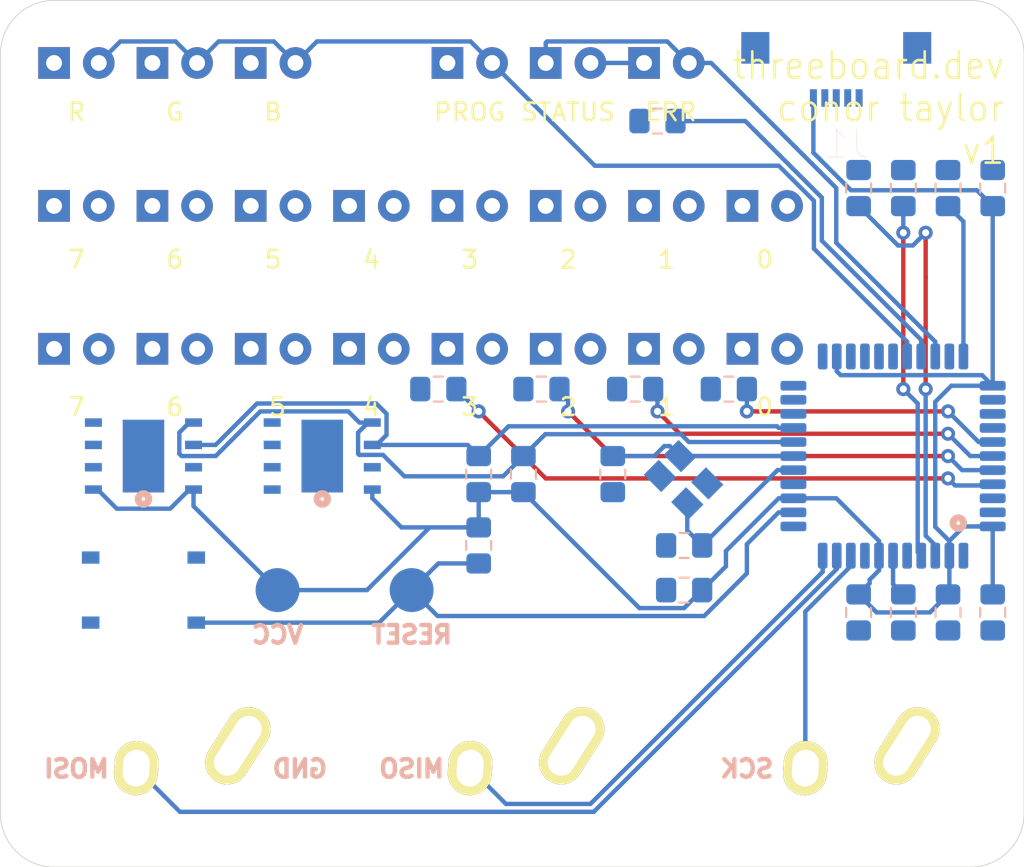
<source format=kicad_pcb>

(kicad_pcb
  (version 20171130)
  (host pcbnew "(5.1.4-0-10_14)")
  (general
    (thickness 1.6)
    (drawings 15)
    (tracks 417)
    (zones 0)
    (modules 52)
    (nets 44))
  (page A4)
  (layers
    (0 F.Cu signal)
    (31 B.Cu signal hide)
    (32 B.Adhes user)
    (33 F.Adhes user)
    (34 B.Paste user)
    (35 F.Paste user)
    (36 B.SilkS user)
    (37 F.SilkS user)
    (38 B.Mask user)
    (39 F.Mask user)
    (40 Dwgs.User user)
    (41 Cmts.User user)
    (42 Eco1.User user)
    (43 Eco2.User user)
    (44 Edge.Cuts user)
    (45 Margin user)
    (46 B.CrtYd user)
    (47 F.CrtYd user)
    (48 B.Fab user)
    (49 F.Fab user))
  (setup
    (last_trace_width 0.25)
    (trace_clearance 0.2)
    (zone_clearance 0.508)
    (zone_45_only no)
    (trace_min 0.2)
    (via_size 0.8)
    (via_drill 0.4)
    (via_min_size 0.4)
    (via_min_drill 0.3)
    (uvia_size 0.3)
    (uvia_drill 0.1)
    (uvias_allowed no)
    (uvia_min_size 0.2)
    (uvia_min_drill 0.1)
    (edge_width 0.05)
    (segment_width 0.2)
    (pcb_text_width 0.3)
    (pcb_text_size 1.5 1.5)
    (mod_edge_width 0.12)
    (mod_text_size 1 1)
    (mod_text_width 0.15)
    (pad_size 2.5 2.5)
    (pad_drill 0)
    (pad_to_mask_clearance 0.051)
    (solder_mask_min_width 0.25)
    (aux_axis_origin 0 0)
    (grid_origin 2.38125 2.38125)
    (visible_elements FFFFF77F)
    (pcbplotparams
      (layerselection 0x010fc_ffffffff)
      (usegerberextensions true)
      (usegerberattributes false)
      (usegerberadvancedattributes false)
      (creategerberjobfile false)
      (excludeedgelayer true)
      (linewidth 0.1)
      (plotframeref false)
      (viasonmask false)
      (mode 1)
      (useauxorigin false)
      (hpglpennumber 1)
      (hpglpenspeed 20)
      (hpglpendiameter 15.0)
      (psnegative false)
      (psa4output false)
      (plotreference true)
      (plotvalue true)
      (plotinvisibletext false)
      (padsonsilk false)
      (subtractmaskfromsilk false)
      (outputformat 1)
      (mirror false)
      (drillshape 0)
      (scaleselection 1)
      (outputdirectory "./")))
  (net 0 "")
  (net 1 "Net-(C1-Pad1)")
  (net 2 "Net-(C2-Pad1)")
  (net 3 VCC)
  (net 4 "Net-(C8-Pad1)")
  (net 5 "Net-(D1-Pad1)")
  (net 6 "Net-(D10-Pad1)")
  (net 7 "Net-(D11-Pad1)")
  (net 8 "Net-(D12-Pad1)")
  (net 9 "Net-(D21-Pad2)")
  (net 10 "Net-(J1-Pad2)")
  (net 11 "Net-(J1-Pad3)")
  (net 12 "Net-(J1-Pad4)")
  (net 13 "Net-(R1-Pad2)")
  (net 14 "Net-(R2-Pad2)")
  (net 15 "Net-(R3-Pad1)")
  (net 16 "Net-(R4-Pad1)")
  (net 17 "Net-(U1-Pad1)")
  (net 18 "Net-(U1-Pad8)")
  (net 19 "Net-(U1-Pad12)")
  (net 20 "Net-(U1-Pad20)")
  (net 21 "Net-(U1-Pad21)")
  (net 22 "Net-(U1-Pad22)")
  (net 23 "Net-(U1-Pad32)")
  (net 24 GND)
  (net 25 /row0)
  (net 26 /row1)
  (net 27 /row2)
  (net 28 /row3)
  (net 29 /row4)
  (net 30 /switch1)
  (net 31 /switch2)
  (net 32 /switch3)
  (net 33 /col0)
  (net 34 /col1)
  (net 35 /col2)
  (net 36 /col3)
  (net 37 /status1)
  (net 38 /status0)
  (net 39 /eeprom_sda)
  (net 40 /eeprom_scl)
  (net 41 "Net-(U1-Pad42)")
  (net 42 "Net-(U1-Pad37)")
  (net 43 "Net-(U1-Pad36)")
  (net_class Default "This is the default net class."
    (clearance 0.2)
    (trace_width 0.25)
    (via_dia 0.8)
    (via_drill 0.4)
    (uvia_dia 0.3)
    (uvia_drill 0.1)
    (add_net /col0)
    (add_net /col1)
    (add_net /col2)
    (add_net /col3)
    (add_net /eeprom_scl)
    (add_net /eeprom_sda)
    (add_net /row0)
    (add_net /row1)
    (add_net /row2)
    (add_net /row3)
    (add_net /row4)
    (add_net /status0)
    (add_net /status1)
    (add_net /switch1)
    (add_net /switch2)
    (add_net /switch3)
    (add_net GND)
    (add_net "Net-(C1-Pad1)")
    (add_net "Net-(C2-Pad1)")
    (add_net "Net-(C8-Pad1)")
    (add_net "Net-(D1-Pad1)")
    (add_net "Net-(D10-Pad1)")
    (add_net "Net-(D11-Pad1)")
    (add_net "Net-(D12-Pad1)")
    (add_net "Net-(D21-Pad2)")
    (add_net "Net-(J1-Pad2)")
    (add_net "Net-(J1-Pad3)")
    (add_net "Net-(J1-Pad4)")
    (add_net "Net-(R1-Pad2)")
    (add_net "Net-(R2-Pad2)")
    (add_net "Net-(R3-Pad1)")
    (add_net "Net-(R4-Pad1)")
    (add_net "Net-(U1-Pad1)")
    (add_net "Net-(U1-Pad12)")
    (add_net "Net-(U1-Pad20)")
    (add_net "Net-(U1-Pad21)")
    (add_net "Net-(U1-Pad22)")
    (add_net "Net-(U1-Pad32)")
    (add_net "Net-(U1-Pad36)")
    (add_net "Net-(U1-Pad37)")
    (add_net "Net-(U1-Pad42)")
    (add_net "Net-(U1-Pad8)")
    (add_net VCC))
  (module USB3070-XX-X_REVE:GCT_USB3070-XX-X_REVE
    (layer B.Cu)
    (tedit 5E86540A)
    (tstamp 5E7FD8D4)
    (at 95.09125 28.7)
    (path /5DCAA0D6)
    (fp_text reference J1
      (at 0.63541 5.46455)
      (layer B.SilkS)
      (effects
        (font
          (size 1.601039 1.601039)
          (thickness 0.015))
        (justify mirror)))
    (fp_text value USB_mini_micro_B
      (at 16.90962 -4.70417)
      (layer B.Fab)
      (effects
        (font
          (size 1.601764 1.601764)
          (thickness 0.015))
        (justify mirror)))
    (fp_line
      (start -5.766 -2.921)
      (end 5.766 -2.921)
      (layer B.CrtYd)
      (width 0.05))
    (fp_line
      (start 5.766 -2.921)
      (end 5.766 3.734)
      (layer B.CrtYd)
      (width 0.05))
    (fp_line
      (start -5.766 3.734)
      (end 5.766 3.734)
      (layer B.CrtYd)
      (width 0.05))
    (fp_line
      (start -5.766 -2.921)
      (end -5.766 3.734)
      (layer B.CrtYd)
      (width 0.05))
    (fp_line
      (start 3.937 -2.159)
      (end 4.115 -2.667)
      (layer B.Fab)
      (width 0.1))
    (fp_line
      (start -3.937 -2.159)
      (end -3.937 3.175)
      (layer B.Fab)
      (width 0.1))
    (fp_line
      (start -4.115 -2.667)
      (end 4.115 -2.667)
      (layer B.Fab)
      (width 0.1))
    (fp_line
      (start 3.937 -2.159)
      (end 3.937 3.175)
      (layer B.Fab)
      (width 0.1))
    (fp_line
      (start -3.937 3.175)
      (end 3.937 3.175)
      (layer B.Fab)
      (width 0.1))
    (fp_line
      (start -4.115 -2.667)
      (end -3.937 -2.159)
      (layer B.Fab)
      (width 0.1))
    (pad 7 smd rect
      (at -4.6 0)
      (size 1.6 1.8)
      (layers B.Cu B.Paste B.Mask))
    (pad 6 smd rect
      (at 4.6 0)
      (size 1.6 1.8)
      (layers B.Cu B.Paste B.Mask))
    (pad 5 smd rect
      (at 1.3 2.85)
      (size 0.4 1)
      (layers B.Cu B.Paste B.Mask))
    (pad 4 smd rect
      (at 0.65 2.85)
      (size 0.4 1)
      (layers B.Cu B.Paste B.Mask))
    (pad 3 smd rect
      (at 0 2.85)
      (size 0.4 1)
      (layers B.Cu B.Paste B.Mask))
    (pad 2 smd rect
      (at -0.65 2.85)
      (size 0.4 1)
      (layers B.Cu B.Paste B.Mask))
    (pad 1 smd rect
      (at -1.3 2.85)
      (size 0.4 1)
      (layers B.Cu B.Paste B.Mask)
      (net 3 VCC)))
  (module 24LC512-I_MF:DFN500X600X95-9N
    (layer B.Cu)
    (tedit 5E86526B)
    (tstamp inf)
    (at 65.88125 51.91125)
    (path /5E8FC903)
    (fp_text reference U3
      (at 0.63599 4.09585)
      (layer B.SilkS) hide
      (effects
        (font
          (size 1.642583 1.642583)
          (thickness 0.015))
        (justify mirror)))
    (fp_text value 24LC512
      (at 10.99271 -3.99504)
      (layer B.Fab)
      (effects
        (font
          (size 1.642976 1.642976)
          (thickness 0.015))
        (justify mirror)))
    (fp_line
      (start -3.0226 -2.5146)
      (end 3.0226 -2.5146)
      (layer B.Fab)
      (width 0.1524))
    (fp_line
      (start 3.0226 -2.5146)
      (end 3.0226 2.5146)
      (layer B.Fab)
      (width 0.1524))
    (fp_line
      (start 3.0226 2.5146)
      (end 0.3048 2.5146)
      (layer B.Fab)
      (width 0.1524))
    (fp_line
      (start 0.3048 2.5146)
      (end -0.3048 2.5146)
      (layer B.Fab)
      (width 0.1524))
    (fp_line
      (start -0.3048 2.5146)
      (end -3.0226 2.5146)
      (layer B.Fab)
      (width 0.1524))
    (fp_line
      (start -3.0226 2.5146)
      (end -3.0226 -2.5146)
      (layer B.Fab)
      (width 0.1524))
    (fp_arc
      (start 0 2.5146)
      (end -0.3048 2.5146)
      (angle 180)
      (layer B.Fab)
      (width 0.1))
    (fp_circle
      (center 0 2.44)
      (end 0.1 2.44)
      (layer B.SilkS)
      (width 0.4))
    (pad 1 smd rect
      (at -2.8448 1.905)
      (size 0.9652 0.4826)
      (layers B.Cu B.Paste B.Mask))
    (pad 2 smd rect
      (at -2.8448 0.635)
      (size 0.9652 0.4826)
      (layers B.Cu B.Paste B.Mask))
    (pad 3 smd rect
      (at -2.8448 -0.635)
      (size 0.9652 0.4826)
      (layers B.Cu B.Paste B.Mask))
    (pad 4 smd rect
      (at -2.8448 -1.905)
      (size 0.9652 0.4826)
      (layers B.Cu B.Paste B.Mask))
    (pad 5 smd rect
      (at 2.8448 -1.905)
      (size 0.9652 0.4826)
      (layers B.Cu B.Paste B.Mask)
      (net 39 /eeprom_sda))
    (pad 6 smd rect
      (at 2.8448 -0.635)
      (size 0.9652 0.4826)
      (layers B.Cu B.Paste B.Mask)
      (net 40 /eeprom_scl))
    (pad 7 smd rect
      (at 2.8448 0.635)
      (size 0.9652 0.4826)
      (layers B.Cu B.Paste B.Mask))
    (pad 8 smd rect
      (at 2.8448 1.905)
      (size 0.9652 0.4826)
      (layers B.Cu B.Paste B.Mask)
      (net 3 VCC))
    (pad 9 smd rect
      (at 0 0)
      (size 2.3622 4.1402)
      (layers B.Cu B.Paste B.Mask)))
  (module 24LC512-I_MF:DFN500X600X95-9N
    (layer B.Cu)
    (tedit 5E86525E)
    (tstamp 5E81D2B3)
    (at 55.72125 51.91125)
    (path /5DEACBF7)
    (fp_text reference U2
      (at 0.63599 4.09585)
      (layer B.SilkS) hide
      (effects
        (font
          (size 1.642583 1.642583)
          (thickness 0.015))
        (justify mirror)))
    (fp_text value 24LC512
      (at 10.99271 -3.99504)
      (layer B.Fab)
      (effects
        (font
          (size 1.642976 1.642976)
          (thickness 0.015))
        (justify mirror)))
    (fp_line
      (start -3.0226 -2.5146)
      (end 3.0226 -2.5146)
      (layer B.Fab)
      (width 0.1524))
    (fp_line
      (start 3.0226 -2.5146)
      (end 3.0226 2.5146)
      (layer B.Fab)
      (width 0.1524))
    (fp_line
      (start 3.0226 2.5146)
      (end 0.3048 2.5146)
      (layer B.Fab)
      (width 0.1524))
    (fp_line
      (start 0.3048 2.5146)
      (end -0.3048 2.5146)
      (layer B.Fab)
      (width 0.1524))
    (fp_line
      (start -0.3048 2.5146)
      (end -3.0226 2.5146)
      (layer B.Fab)
      (width 0.1524))
    (fp_line
      (start -3.0226 2.5146)
      (end -3.0226 -2.5146)
      (layer B.Fab)
      (width 0.1524))
    (fp_arc
      (start 0 2.5146)
      (end -0.3048 2.5146)
      (angle 180)
      (layer B.Fab)
      (width 0.1))
    (fp_circle
      (center 0 2.44)
      (end 0.1 2.44)
      (layer B.SilkS)
      (width 0.4))
    (pad 1 smd rect
      (at -2.8448 1.905)
      (size 0.9652 0.4826)
      (layers B.Cu B.Paste B.Mask)
      (net 3 VCC))
    (pad 2 smd rect
      (at -2.8448 0.635)
      (size 0.9652 0.4826)
      (layers B.Cu B.Paste B.Mask))
    (pad 3 smd rect
      (at -2.8448 -0.635)
      (size 0.9652 0.4826)
      (layers B.Cu B.Paste B.Mask))
    (pad 4 smd rect
      (at -2.8448 -1.905)
      (size 0.9652 0.4826)
      (layers B.Cu B.Paste B.Mask))
    (pad 5 smd rect
      (at 2.8448 -1.905)
      (size 0.9652 0.4826)
      (layers B.Cu B.Paste B.Mask)
      (net 39 /eeprom_sda))
    (pad 6 smd rect
      (at 2.8448 -0.635)
      (size 0.9652 0.4826)
      (layers B.Cu B.Paste B.Mask)
      (net 40 /eeprom_scl))
    (pad 7 smd rect
      (at 2.8448 0.635)
      (size 0.9652 0.4826)
      (layers B.Cu B.Paste B.Mask))
    (pad 8 smd rect
      (at 2.8448 1.905)
      (size 0.9652 0.4826)
      (layers B.Cu B.Paste B.Mask)
      (net 3 VCC))
    (pad 9 smd rect
      (at 0 0)
      (size 2.3622 4.1402)
      (layers B.Cu B.Paste B.Mask)))
  (module Package_QFP:LQFP-44_10x10mm_P0.8mm
    (layer B.Cu)
    (tedit inf)
    (tstamp 5E40D809)
    (at 98.31875 51.91125 90)
    (descr "LQFP, 44 Pin (https://www.nxp.com/files-static/shared/doc/package_info/98ASS23225W.pdf?&fsrch=1), generated with kicad-footprint-generator ipc_gullwing_generator.py")
    (tags "LQFP QFP")
    (path /5DC844E7)
    (attr smd)
    (fp_text reference U1
      (at 0 7.35 90)
      (layer B.SilkS) hide
      (effects
        (font
          (size 1 1)
          (thickness 0.15))
        (justify mirror)))
    (fp_text value ATMEGA32U4
      (at 0 -7.35 90)
      (layer B.Fab) hide
      (effects
        (font
          (size 1 1)
          (thickness 0.15))
        (justify mirror)))
    (fp_text user %R
      (at 0 0 90)
      (layer B.Fab) hide
      (effects
        (font
          (size 1 1)
          (thickness 0.15))
        (justify mirror)))
    (fp_line
      (start 6.65 -4.52)
      (end 6.65 0)
      (layer B.CrtYd)
      (width 0.05))
    (fp_line
      (start 5.25 -4.52)
      (end 6.65 -4.52)
      (layer B.CrtYd)
      (width 0.05))
    (fp_line
      (start 5.25 -5.25)
      (end 5.25 -4.52)
      (layer B.CrtYd)
      (width 0.05))
    (fp_line
      (start 4.52 -5.25)
      (end 5.25 -5.25)
      (layer B.CrtYd)
      (width 0.05))
    (fp_line
      (start 4.52 -6.65)
      (end 4.52 -5.25)
      (layer B.CrtYd)
      (width 0.05))
    (fp_line
      (start 0 -6.65)
      (end 4.52 -6.65)
      (layer B.CrtYd)
      (width 0.05))
    (fp_line
      (start -6.65 -4.52)
      (end -6.65 0)
      (layer B.CrtYd)
      (width 0.05))
    (fp_line
      (start -5.25 -4.52)
      (end -6.65 -4.52)
      (layer B.CrtYd)
      (width 0.05))
    (fp_line
      (start -5.25 -5.25)
      (end -5.25 -4.52)
      (layer B.CrtYd)
      (width 0.05))
    (fp_line
      (start -4.52 -5.25)
      (end -5.25 -5.25)
      (layer B.CrtYd)
      (width 0.05))
    (fp_line
      (start -4.52 -6.65)
      (end -4.52 -5.25)
      (layer B.CrtYd)
      (width 0.05))
    (fp_line
      (start 0 -6.65)
      (end -4.52 -6.65)
      (layer B.CrtYd)
      (width 0.05))
    (fp_line
      (start 6.65 4.52)
      (end 6.65 0)
      (layer B.CrtYd)
      (width 0.05))
    (fp_line
      (start 5.25 4.52)
      (end 6.65 4.52)
      (layer B.CrtYd)
      (width 0.05))
    (fp_line
      (start 5.25 5.25)
      (end 5.25 4.52)
      (layer B.CrtYd)
      (width 0.05))
    (fp_line
      (start 4.52 5.25)
      (end 5.25 5.25)
      (layer B.CrtYd)
      (width 0.05))
    (fp_line
      (start 4.52 6.65)
      (end 4.52 5.25)
      (layer B.CrtYd)
      (width 0.05))
    (fp_line
      (start 0 6.65)
      (end 4.52 6.65)
      (layer B.CrtYd)
      (width 0.05))
    (fp_line
      (start -6.65 4.52)
      (end -6.65 0)
      (layer B.CrtYd)
      (width 0.05))
    (fp_line
      (start -5.25 4.52)
      (end -6.65 4.52)
      (layer B.CrtYd)
      (width 0.05))
    (fp_line
      (start -5.25 5.25)
      (end -5.25 4.52)
      (layer B.CrtYd)
      (width 0.05))
    (fp_line
      (start -4.52 5.25)
      (end -5.25 5.25)
      (layer B.CrtYd)
      (width 0.05))
    (fp_line
      (start -4.52 6.65)
      (end -4.52 5.25)
      (layer B.CrtYd)
      (width 0.05))
    (fp_line
      (start 0 6.65)
      (end -4.52 6.65)
      (layer B.CrtYd)
      (width 0.05))
    (fp_line
      (start -5 4)
      (end -4 5)
      (layer B.Fab)
      (width 0.1))
    (fp_line
      (start -5 -5)
      (end -5 4)
      (layer B.Fab)
      (width 0.1))
    (fp_line
      (start 5 -5)
      (end -5 -5)
      (layer B.Fab)
      (width 0.1))
    (fp_line
      (start 5 5)
      (end 5 -5)
      (layer B.Fab)
      (width 0.1))
    (fp_line
      (start -4 5)
      (end 5 5)
      (layer B.Fab)
      (width 0.1))
    (fp_circle
      (center -3.81 3.71)
      (end -3.71 3.71)
      (layer B.SilkS)
      (width 0.4))
    (pad 44 smd roundrect
      (at -4 5.6625 90)
      (size 0.55 1.475)
      (layers B.Cu B.Paste B.Mask)
      (roundrect_rratio 0.25)
      (net 3 VCC))
    (pad 43 smd roundrect
      (at -3.2 5.6625 90)
      (size 0.55 1.475)
      (layers B.Cu B.Paste B.Mask)
      (roundrect_rratio 0.25))
    (pad 42 smd roundrect
      (at -2.4 5.6625 90)
      (size 0.55 1.475)
      (layers B.Cu B.Paste B.Mask)
      (roundrect_rratio 0.25))
    (pad 41 smd roundrect
      (at -1.6 5.6625 90)
      (size 0.55 1.475)
      (layers B.Cu B.Paste B.Mask)
      (roundrect_rratio 0.25)
      (net 33 /col0))
    (pad 40 smd roundrect
      (at -0.8 5.6625 90)
      (size 0.55 1.475)
      (layers B.Cu B.Paste B.Mask)
      (roundrect_rratio 0.25)
      (net 34 /col1))
    (pad 39 smd roundrect
      (at 0 5.6625 90)
      (size 0.55 1.475)
      (layers B.Cu B.Paste B.Mask)
      (roundrect_rratio 0.25)
      (net 35 /col2))
    (pad 38 smd roundrect
      (at 0.8 5.6625 90)
      (size 0.55 1.475)
      (layers B.Cu B.Paste B.Mask)
      (roundrect_rratio 0.25)
      (net 36 /col3))
    (pad 37 smd roundrect
      (at 1.6 5.6625 90)
      (size 0.55 1.475)
      (layers B.Cu B.Paste B.Mask)
      (roundrect_rratio 0.25))
    (pad 36 smd roundrect
      (at 2.4 5.6625 90)
      (size 0.55 1.475)
      (layers B.Cu B.Paste B.Mask)
      (roundrect_rratio 0.25))
    (pad 35 smd roundrect
      (at 3.2 5.6625 90)
      (size 0.55 1.475)
      (layers B.Cu B.Paste B.Mask)
      (roundrect_rratio 0.25))
    (pad 34 smd roundrect
      (at 4 5.6625 90)
      (size 0.55 1.475)
      (layers B.Cu B.Paste B.Mask)
      (roundrect_rratio 0.25)
      (net 3 VCC))
    (pad 33 smd roundrect
      (at 5.6625 4 90)
      (size 1.475 0.55)
      (layers B.Cu B.Paste B.Mask)
      (roundrect_rratio 0.25)
      (net 14 "Net-(R2-Pad2)"))
    (pad 32 smd roundrect
      (at 5.6625 3.2 90)
      (size 1.475 0.55)
      (layers B.Cu B.Paste B.Mask)
      (roundrect_rratio 0.25))
    (pad 31 smd roundrect
      (at 5.6625 2.4 90)
      (size 1.475 0.55)
      (layers B.Cu B.Paste B.Mask)
      (roundrect_rratio 0.25)
      (net 37 /status1))
    (pad 30 smd roundrect
      (at 5.6625 1.6 90)
      (size 1.475 0.55)
      (layers B.Cu B.Paste B.Mask)
      (roundrect_rratio 0.25)
      (net 38 /status0))
    (pad 29 smd roundrect
      (at 5.6625 0.8 90)
      (size 1.475 0.55)
      (layers B.Cu B.Paste B.Mask)
      (roundrect_rratio 0.25)
      (net 29 /row4))
    (pad 28 smd roundrect
      (at 5.6625 0 90)
      (size 1.475 0.55)
      (layers B.Cu B.Paste B.Mask)
      (roundrect_rratio 0.25))
    (pad 27 smd roundrect
      (at 5.6625 -0.8 90)
      (size 1.475 0.55)
      (layers B.Cu B.Paste B.Mask)
      (roundrect_rratio 0.25))
    (pad 26 smd roundrect
      (at 5.6625 -1.6 90)
      (size 1.475 0.55)
      (layers B.Cu B.Paste B.Mask)
      (roundrect_rratio 0.25))
    (pad 25 smd roundrect
      (at 5.6625 -2.4 90)
      (size 1.475 0.55)
      (layers B.Cu B.Paste B.Mask)
      (roundrect_rratio 0.25))
    (pad 24 smd roundrect
      (at 5.6625 -3.2 90)
      (size 1.475 0.55)
      (layers B.Cu B.Paste B.Mask)
      (roundrect_rratio 0.25)
      (net 3 VCC))
    (pad 23 smd roundrect
      (at 5.6625 -4 90)
      (size 1.475 0.55)
      (layers B.Cu B.Paste B.Mask)
      (roundrect_rratio 0.25))
    (pad 22 smd roundrect
      (at 4 -5.6625 90)
      (size 0.55 1.475)
      (layers B.Cu B.Paste B.Mask)
      (roundrect_rratio 0.25))
    (pad 21 smd roundrect
      (at 3.2 -5.6625 90)
      (size 0.55 1.475)
      (layers B.Cu B.Paste B.Mask)
      (roundrect_rratio 0.25))
    (pad 20 smd roundrect
      (at 2.4 -5.6625 90)
      (size 0.55 1.475)
      (layers B.Cu B.Paste B.Mask)
      (roundrect_rratio 0.25))
    (pad 19 smd roundrect
      (at 1.6 -5.6625 90)
      (size 0.55 1.475)
      (layers B.Cu B.Paste B.Mask)
      (roundrect_rratio 0.25)
      (net 40 /eeprom_scl))
    (pad 18 smd roundrect
      (at 0.8 -5.6625 90)
      (size 0.55 1.475)
      (layers B.Cu B.Paste B.Mask)
      (roundrect_rratio 0.25)
      (net 39 /eeprom_sda))
    (pad 17 smd roundrect
      (at 0 -5.6625 90)
      (size 0.55 1.475)
      (layers B.Cu B.Paste B.Mask)
      (roundrect_rratio 0.25)
      (net 2 "Net-(C2-Pad1)"))
    (pad 16 smd roundrect
      (at -0.8 -5.6625 90)
      (size 0.55 1.475)
      (layers B.Cu B.Paste B.Mask)
      (roundrect_rratio 0.25)
      (net 1 "Net-(C1-Pad1)"))
    (pad 15 smd roundrect
      (at -1.6 -5.6625 90)
      (size 0.55 1.475)
      (layers B.Cu B.Paste B.Mask)
      (roundrect_rratio 0.25))
    (pad 14 smd roundrect
      (at -2.4 -5.6625 90)
      (size 0.55 1.475)
      (layers B.Cu B.Paste B.Mask)
      (roundrect_rratio 0.25)
      (net 3 VCC))
    (pad 13 smd roundrect
      (at -3.2 -5.6625 90)
      (size 0.55 1.475)
      (layers B.Cu B.Paste B.Mask)
      (roundrect_rratio 0.25)
      (net 13 "Net-(R1-Pad2)"))
    (pad 12 smd roundrect
      (at -4 -5.6625 90)
      (size 0.55 1.475)
      (layers B.Cu B.Paste B.Mask)
      (roundrect_rratio 0.25))
    (pad 11 smd roundrect
      (at -5.6625 -4 90)
      (size 1.475 0.55)
      (layers B.Cu B.Paste B.Mask)
      (roundrect_rratio 0.25)
      (net 31 /switch2))
    (pad 10 smd roundrect
      (at -5.6625 -3.2 90)
      (size 1.475 0.55)
      (layers B.Cu B.Paste B.Mask)
      (roundrect_rratio 0.25)
      (net 30 /switch1))
    (pad 9 smd roundrect
      (at -5.6625 -2.4 90)
      (size 1.475 0.55)
      (layers B.Cu B.Paste B.Mask)
      (roundrect_rratio 0.25)
      (net 32 /switch3))
    (pad 8 smd roundrect
      (at -5.6625 -1.6 90)
      (size 1.475 0.55)
      (layers B.Cu B.Paste B.Mask)
      (roundrect_rratio 0.25))
    (pad 7 smd roundrect
      (at -5.6625 -0.8 90)
      (size 1.475 0.55)
      (layers B.Cu B.Paste B.Mask)
      (roundrect_rratio 0.25)
      (net 3 VCC))
    (pad 6 smd roundrect
      (at -5.6625 0 90)
      (size 1.475 0.55)
      (layers B.Cu B.Paste B.Mask)
      (roundrect_rratio 0.25)
      (net 4 "Net-(C8-Pad1)"))
    (pad 5 smd roundrect
      (at -5.6625 0.8 90)
      (size 1.475 0.55)
      (layers B.Cu B.Paste B.Mask)
      (roundrect_rratio 0.25))
    (pad 4 smd roundrect
      (at -5.6625 1.6 90)
      (size 1.475 0.55)
      (layers B.Cu B.Paste B.Mask)
      (roundrect_rratio 0.25)
      (net 16 "Net-(R4-Pad1)"))
    (pad 3 smd roundrect
      (at -5.6625 2.4 90)
      (size 1.475 0.55)
      (layers B.Cu B.Paste B.Mask)
      (roundrect_rratio 0.25)
      (net 15 "Net-(R3-Pad1)"))
    (pad 2 smd roundrect
      (at -5.6625 3.2 90)
      (size 1.475 0.55)
      (layers B.Cu B.Paste B.Mask)
      (roundrect_rratio 0.25)
      (net 3 VCC))
    (pad 1 smd roundrect
      (at -5.6625 4 90)
      (size 1.475 0.55)
      (layers B.Cu B.Paste B.Mask)
      (roundrect_rratio 0.25))
    (model ${KISYS3DMOD}/Package_QFP.3dshapes/LQFP-44_10x10mm_P0.8mm.wrl
      (at
        (xyz 0 0 0))
      (scale
        (xyz 1 1 1))
      (rotate
        (xyz 0 0 0))))
  (module user.pretty:crystal_FA238-TSX3225
    (layer B.Cu)
    (tedit 5E83A512)
    (tstamp 5E41CA51)
    (at 86.413382 53.254753 135)
    (descr "crystal Epson Toyocom FA-238 and TSX-3225 series")
    (path /5DDF9D1D)
    (fp_text reference X1
      (at -0.1 2.3 135)
      (layer B.SilkS) hide
      (effects
        (font
          (size 1 1)
          (thickness 0.15))
        (justify mirror)))
    (fp_text value XTAL_GND
      (at 0.2 -2.3 135)
      (layer B.Fab) hide
      (effects
        (font
          (size 1 1)
          (thickness 0.15))
        (justify mirror)))
    (fp_line
      (start -1.6 -1.3)
      (end -1.6 1.3)
      (layer B.Fab)
      (width 0.15))
    (fp_line
      (start 1.6 -1.3)
      (end -1.6 -1.3)
      (layer B.Fab)
      (width 0.15))
    (fp_line
      (start 1.6 1.3)
      (end 1.6 -1.3)
      (layer B.Fab)
      (width 0.15))
    (fp_line
      (start -1.6 1.3)
      (end 1.6 1.3)
      (layer B.Fab)
      (width 0.15))
    (pad 2 smd rect
      (at 1.1 0.8 135)
      (size 1.4 1.2)
      (layers B.Cu B.Paste B.Mask)
      (net 2 "Net-(C2-Pad1)"))
    (pad 3 smd rect
      (at -1.1 0.8 135)
      (size 1.4 1.2)
      (layers B.Cu B.Paste B.Mask))
    (pad 3 smd rect
      (at 1.1 -0.8 135)
      (size 1.4 1.2)
      (layers B.Cu B.Paste B.Mask))
    (pad 1 smd rect
      (at -1.1 -0.8 135)
      (size 1.4 1.2)
      (layers B.Cu B.Paste B.Mask)
      (net 1 "Net-(C1-Pad1)"))
    (model Crystals.3dshapes/crystal_FA238-TSX3225.wrl
      (at
        (xyz 0 0 0))
      (scale
        (xyz 0.24 0.24 0.24))
      (rotate
        (xyz 0 0 0))))
  (module PTS526_SK08_SMTR2_LFS:SW_PTS526_SK08_SMTR2_LFS
    (layer B.Cu)
    (tedit 5E83A49C)
    (tstamp 5E82250A)
    (at 55.72125 59.53125)
    (path /5DC9F799)
    (fp_text reference SW1
      (at -0.762 3.81)
      (layer B.SilkS) hide
      (effects
        (font
          (size 1 1)
          (thickness 0.015))
        (justify mirror)))
    (fp_text value SW_PUSH
      (at 11.43 -3.556)
      (layer B.Fab)
      (effects
        (font
          (size 1 1)
          (thickness 0.015))
        (justify mirror)))
    (fp_line
      (start -2.4 1.5)
      (end -2.4 -1.5)
      (layer B.Fab)
      (width 0.127))
    (fp_line
      (start 2.4 1.5)
      (end 2.4 -1.5)
      (layer B.Fab)
      (width 0.127))
    (fp_line
      (start -1.5 2.4)
      (end 1.5 2.4)
      (layer B.Fab)
      (width 0.127))
    (fp_line
      (start -1.5 -2.4)
      (end 1.5 -2.4)
      (layer B.Fab)
      (width 0.127))
    (fp_line
      (start -1.5 2.4)
      (end -2.4 1.5)
      (layer B.Fab)
      (width 0.127))
    (fp_line
      (start 1.5 2.4)
      (end 2.4 1.5)
      (layer B.Fab)
      (width 0.127))
    (fp_line
      (start -1.5 -2.4)
      (end -2.4 -1.5)
      (layer B.Fab)
      (width 0.127))
    (fp_line
      (start 1.5 -2.4)
      (end 2.4 -1.5)
      (layer B.Fab)
      (width 0.127))
    (fp_line
      (start -3.75 2.65)
      (end 3.75 2.65)
      (layer B.CrtYd)
      (width 0.05))
    (fp_line
      (start 3.75 2.65)
      (end 3.75 -2.65)
      (layer B.CrtYd)
      (width 0.05))
    (fp_line
      (start 3.75 -2.65)
      (end -3.75 -2.65)
      (layer B.CrtYd)
      (width 0.05))
    (fp_line
      (start -3.75 -2.65)
      (end -3.75 2.65)
      (layer B.CrtYd)
      (width 0.05))
    (fp_circle
      (center -4.4 1.9)
      (end -4.3 1.9)
      (layer B.Fab)
      (width 0.2))
    (pad 1 smd rect
      (at -3 1.85)
      (size 1 0.7)
      (layers B.Cu B.Paste B.Mask))
    (pad 3 smd rect
      (at -3 -1.85)
      (size 1 0.7)
      (layers B.Cu B.Paste B.Mask))
    (pad 2 smd rect
      (at 3 1.85)
      (size 1 0.7)
      (layers B.Cu B.Paste B.Mask)
      (net 13 "Net-(R1-Pad2)"))
    (pad 4 smd rect
      (at 3 -1.85)
      (size 1 0.7)
      (layers B.Cu B.Paste B.Mask)))
  (module TestPoint:TestPoint_Pad_D2.5mm
    (layer B.Cu)
    (tedit 5E41BF41)
    (tstamp inf)
    (at 63.34125 59.53125)
    (descr "SMD pad as test Point, diameter 2.5mm")
    (tags "test point SMD pad")
    (attr virtual)
    (fp_text reference REF**
      (at 0 2.148)
      (layer B.SilkS) hide
      (effects
        (font
          (size 1 1)
          (thickness 0.15))
        (justify mirror)))
    (fp_text value TestPoint_Pad_D2.5mm
      (at 0 -2.25)
      (layer B.Fab) hide
      (effects
        (font
          (size 1 1)
          (thickness 0.15))
        (justify mirror)))
    (fp_text user %R
      (at 0 2.15)
      (layer B.Fab) hide
      (effects
        (font
          (size 1 1)
          (thickness 0.15))
        (justify mirror)))
    (pad 1 smd circle
      (at 0 0)
      (size 2.5 2.5)
      (layers B.Cu B.Paste B.Mask)
      (net 3 VCC)))
  (module TestPoint:TestPoint_Pad_D2.5mm
    (layer B.Cu)
    (tedit 5E41BD87)
    (tstamp 5E424B4B)
    (at 70.96125 59.53125)
    (descr "SMD pad as test Point, diameter 2.5mm")
    (tags "test point SMD pad")
    (attr virtual)
    (fp_text reference REF**
      (at 0 2.148)
      (layer B.SilkS) hide
      (effects
        (font
          (size 1 1)
          (thickness 0.15))
        (justify mirror)))
    (fp_text value TestPoint_Pad_D2.5mm
      (at 0 -2.25)
      (layer B.Fab) hide
      (effects
        (font
          (size 1 1)
          (thickness 0.15))
        (justify mirror)))
    (fp_text user %R
      (at 0 2.15)
      (layer B.Fab) hide
      (effects
        (font
          (size 1 1)
          (thickness 0.15))
        (justify mirror)))
    (pad 1 smd circle
      (at 0 0)
      (size 2.5 2.5)
      (layers B.Cu B.Mask)
      (net 13 "Net-(R1-Pad2)")))
  (module keebs.pretty:Mx_Alps_100
    (layer F.Cu)
    (tedit 5E403ED3)
    (tstamp inf)
    (at 95.85325 64.86525 180)
    (descr MXALPS)
    (tags MXALPS)
    (path /5DD92793)
    (fp_text reference K3
      (at 0 4.318)
      (layer B.SilkS) hide
      (effects
        (font
          (size 1 1)
          (thickness 0.2))
        (justify mirror)))
    (fp_text value KEYSW
      (at 5.334 10.922)
      (layer B.SilkS) hide
      (effects
        (font
          (size 1.524 1.524)
          (thickness 0.3048))
        (justify mirror)))
    (fp_line
      (start -7.62 7.62)
      (end -7.62 -7.62)
      (layer Dwgs.User)
      (width 0.3))
    (fp_line
      (start 7.62 7.62)
      (end -7.62 7.62)
      (layer Dwgs.User)
      (width 0.3))
    (fp_line
      (start 7.62 -7.62)
      (end 7.62 7.62)
      (layer Dwgs.User)
      (width 0.3))
    (fp_line
      (start -7.62 -7.62)
      (end 7.62 -7.62)
      (layer Dwgs.User)
      (width 0.3))
    (fp_line
      (start 7.75 -6.4)
      (end -7.75 -6.4)
      (layer Dwgs.User)
      (width 0.3))
    (fp_line
      (start 7.75 6.4)
      (end 7.75 -6.4)
      (layer Dwgs.User)
      (width 0.3))
    (fp_line
      (start -7.75 6.4)
      (end 7.75 6.4)
      (layer Dwgs.User)
      (width 0.3))
    (fp_line
      (start -7.75 6.4)
      (end -7.75 -6.4)
      (layer Dwgs.User)
      (width 0.3))
    (fp_line
      (start -6.985 6.985)
      (end -6.985 -6.985)
      (layer Eco2.User)
      (width 0.1524))
    (fp_line
      (start 6.985 6.985)
      (end -6.985 6.985)
      (layer Eco2.User)
      (width 0.1524))
    (fp_line
      (start 6.985 -6.985)
      (end 6.985 6.985)
      (layer Eco2.User)
      (width 0.1524))
    (fp_line
      (start -6.985 -6.985)
      (end 6.985 -6.985)
      (layer Eco2.User)
      (width 0.1524))
    (fp_line
      (start -9.398 9.398)
      (end -9.398 -9.398)
      (layer Dwgs.User)
      (width 0.1524))
    (fp_line
      (start 9.398 9.398)
      (end -9.398 9.398)
      (layer Dwgs.User)
      (width 0.1524))
    (fp_line
      (start 9.398 -9.398)
      (end 9.398 9.398)
      (layer Dwgs.User)
      (width 0.1524))
    (fp_line
      (start -9.398 -9.398)
      (end 9.398 -9.398)
      (layer Dwgs.User)
      (width 0.1524))
    (fp_line
      (start -6.35 6.35)
      (end -6.35 -6.35)
      (layer Cmts.User)
      (width 0.1524))
    (fp_line
      (start 6.35 6.35)
      (end -6.35 6.35)
      (layer Cmts.User)
      (width 0.1524))
    (fp_line
      (start 6.35 -6.35)
      (end 6.35 6.35)
      (layer Cmts.User)
      (width 0.1524))
    (fp_line
      (start -6.35 -6.35)
      (end 6.35 -6.35)
      (layer Cmts.User)
      (width 0.1524))
    (pad 2 thru_hole oval
      (at 2.52 -4.79 176.1)
      (size 2.5 3.08)
      (drill oval 1.5 2.08)
      (layers *.Cu *.Mask F.SilkS)
      (net 32 /switch3))
    (pad 1 thru_hole oval
      (at -3.255 -3.52 147.5)
      (size 2.5 4.75)
      (drill oval 1.5 3.75)
      (layers *.Cu *.Mask F.SilkS))
    (pad HOLE np_thru_hole circle
      (at 5.08 0 180)
      (size 1.7018 1.7018)
      (drill 1.7018)
      (layers *.Cu))
    (pad HOLE np_thru_hole circle
      (at -5.08 0 180)
      (size 1.7018 1.7018)
      (drill 1.7018)
      (layers *.Cu))
    (pad HOLE np_thru_hole circle
      (at 0 0 180)
      (size 3.9878 3.9878)
      (drill 3.9878)
      (layers *.Cu)))
  (module keebs.pretty:Mx_Alps_100
    (layer F.Cu)
    (tedit 5E403ED3)
    (tstamp 5E40D43D)
    (at 76.80325 64.86525 180)
    (descr MXALPS)
    (tags MXALPS)
    (path /5DD92021)
    (fp_text reference K2
      (at 0 4.318)
      (layer B.SilkS) hide
      (effects
        (font
          (size 1 1)
          (thickness 0.2))
        (justify mirror)))
    (fp_text value KEYSW
      (at 5.334 10.922)
      (layer B.SilkS) hide
      (effects
        (font
          (size 1.524 1.524)
          (thickness 0.3048))
        (justify mirror)))
    (fp_line
      (start -7.62 7.62)
      (end -7.62 -7.62)
      (layer Dwgs.User)
      (width 0.3))
    (fp_line
      (start 7.62 7.62)
      (end -7.62 7.62)
      (layer Dwgs.User)
      (width 0.3))
    (fp_line
      (start 7.62 -7.62)
      (end 7.62 7.62)
      (layer Dwgs.User)
      (width 0.3))
    (fp_line
      (start -7.62 -7.62)
      (end 7.62 -7.62)
      (layer Dwgs.User)
      (width 0.3))
    (fp_line
      (start 7.75 -6.4)
      (end -7.75 -6.4)
      (layer Dwgs.User)
      (width 0.3))
    (fp_line
      (start 7.75 6.4)
      (end 7.75 -6.4)
      (layer Dwgs.User)
      (width 0.3))
    (fp_line
      (start -7.75 6.4)
      (end 7.75 6.4)
      (layer Dwgs.User)
      (width 0.3))
    (fp_line
      (start -7.75 6.4)
      (end -7.75 -6.4)
      (layer Dwgs.User)
      (width 0.3))
    (fp_line
      (start -6.985 6.985)
      (end -6.985 -6.985)
      (layer Eco2.User)
      (width 0.1524))
    (fp_line
      (start 6.985 6.985)
      (end -6.985 6.985)
      (layer Eco2.User)
      (width 0.1524))
    (fp_line
      (start 6.985 -6.985)
      (end 6.985 6.985)
      (layer Eco2.User)
      (width 0.1524))
    (fp_line
      (start -6.985 -6.985)
      (end 6.985 -6.985)
      (layer Eco2.User)
      (width 0.1524))
    (fp_line
      (start -9.398 9.398)
      (end -9.398 -9.398)
      (layer Dwgs.User)
      (width 0.1524))
    (fp_line
      (start 9.398 9.398)
      (end -9.398 9.398)
      (layer Dwgs.User)
      (width 0.1524))
    (fp_line
      (start 9.398 -9.398)
      (end 9.398 9.398)
      (layer Dwgs.User)
      (width 0.1524))
    (fp_line
      (start -9.398 -9.398)
      (end 9.398 -9.398)
      (layer Dwgs.User)
      (width 0.1524))
    (fp_line
      (start -6.35 6.35)
      (end -6.35 -6.35)
      (layer Cmts.User)
      (width 0.1524))
    (fp_line
      (start 6.35 6.35)
      (end -6.35 6.35)
      (layer Cmts.User)
      (width 0.1524))
    (fp_line
      (start 6.35 -6.35)
      (end 6.35 6.35)
      (layer Cmts.User)
      (width 0.1524))
    (fp_line
      (start -6.35 -6.35)
      (end 6.35 -6.35)
      (layer Cmts.User)
      (width 0.1524))
    (pad 2 thru_hole oval
      (at 2.52 -4.79 176.1)
      (size 2.5 3.08)
      (drill oval 1.5 2.08)
      (layers *.Cu *.Mask F.SilkS)
      (net 31 /switch2))
    (pad 1 thru_hole oval
      (at -3.255 -3.52 147.5)
      (size 2.5 4.75)
      (drill oval 1.5 3.75)
      (layers *.Cu *.Mask F.SilkS))
    (pad HOLE np_thru_hole circle
      (at 5.08 0 180)
      (size 1.7018 1.7018)
      (drill 1.7018)
      (layers *.Cu))
    (pad HOLE np_thru_hole circle
      (at -5.08 0 180)
      (size 1.7018 1.7018)
      (drill 1.7018)
      (layers *.Cu))
    (pad HOLE np_thru_hole circle
      (at 0 0 180)
      (size 3.9878 3.9878)
      (drill 3.9878)
      (layers *.Cu)))
  (module keebs.pretty:Mx_Alps_100
    (layer F.Cu)
    (tedit 5E403ED3)
    (tstamp 5E40D419)
    (at 57.829451 64.86525 180)
    (descr MXALPS)
    (tags MXALPS)
    (path /5DD915FB)
    (fp_text reference K1
      (at 0 4.318)
      (layer B.SilkS) hide
      (effects
        (font
          (size 1 1)
          (thickness 0.2))
        (justify mirror)))
    (fp_text value KEYSW
      (at 5.334 10.922)
      (layer B.SilkS) hide
      (effects
        (font
          (size 1.524 1.524)
          (thickness 0.3048))
        (justify mirror)))
    (fp_line
      (start -7.62 7.62)
      (end -7.62 -7.62)
      (layer Dwgs.User)
      (width 0.3))
    (fp_line
      (start 7.62 7.62)
      (end -7.62 7.62)
      (layer Dwgs.User)
      (width 0.3))
    (fp_line
      (start 7.62 -7.62)
      (end 7.62 7.62)
      (layer Dwgs.User)
      (width 0.3))
    (fp_line
      (start -7.62 -7.62)
      (end 7.62 -7.62)
      (layer Dwgs.User)
      (width 0.3))
    (fp_line
      (start 7.75 -6.4)
      (end -7.75 -6.4)
      (layer Dwgs.User)
      (width 0.3))
    (fp_line
      (start 7.75 6.4)
      (end 7.75 -6.4)
      (layer Dwgs.User)
      (width 0.3))
    (fp_line
      (start -7.75 6.4)
      (end 7.75 6.4)
      (layer Dwgs.User)
      (width 0.3))
    (fp_line
      (start -7.75 6.4)
      (end -7.75 -6.4)
      (layer Dwgs.User)
      (width 0.3))
    (fp_line
      (start -6.985 6.985)
      (end -6.985 -6.985)
      (layer Eco2.User)
      (width 0.1524))
    (fp_line
      (start 6.985 6.985)
      (end -6.985 6.985)
      (layer Eco2.User)
      (width 0.1524))
    (fp_line
      (start 6.985 -6.985)
      (end 6.985 6.985)
      (layer Eco2.User)
      (width 0.1524))
    (fp_line
      (start -6.985 -6.985)
      (end 6.985 -6.985)
      (layer Eco2.User)
      (width 0.1524))
    (fp_line
      (start -9.398 9.398)
      (end -9.398 -9.398)
      (layer Dwgs.User)
      (width 0.1524))
    (fp_line
      (start 9.398 9.398)
      (end -9.398 9.398)
      (layer Dwgs.User)
      (width 0.1524))
    (fp_line
      (start 9.398 -9.398)
      (end 9.398 9.398)
      (layer Dwgs.User)
      (width 0.1524))
    (fp_line
      (start -9.398 -9.398)
      (end 9.398 -9.398)
      (layer Dwgs.User)
      (width 0.1524))
    (fp_line
      (start -6.35 6.35)
      (end -6.35 -6.35)
      (layer Cmts.User)
      (width 0.1524))
    (fp_line
      (start 6.35 6.35)
      (end -6.35 6.35)
      (layer Cmts.User)
      (width 0.1524))
    (fp_line
      (start 6.35 -6.35)
      (end 6.35 6.35)
      (layer Cmts.User)
      (width 0.1524))
    (fp_line
      (start -6.35 -6.35)
      (end 6.35 -6.35)
      (layer Cmts.User)
      (width 0.1524))
    (pad 2 thru_hole oval
      (at 2.52 -4.79 176.1)
      (size 2.5 3.08)
      (drill oval 1.5 2.08)
      (layers *.Cu *.Mask F.SilkS)
      (net 30 /switch1))
    (pad 1 thru_hole oval
      (at -3.255 -3.52 147.5)
      (size 2.5 4.75)
      (drill oval 1.5 3.75)
      (layers *.Cu *.Mask F.SilkS))
    (pad HOLE np_thru_hole circle
      (at 5.08 0 180)
      (size 1.7018 1.7018)
      (drill 1.7018)
      (layers *.Cu))
    (pad HOLE np_thru_hole circle
      (at -5.08 0 180)
      (size 1.7018 1.7018)
      (drill 1.7018)
      (layers *.Cu))
    (pad HOLE np_thru_hole circle
      (at 0 0 180)
      (size 3.9878 3.9878)
      (drill 3.9878)
      (layers *.Cu)))
  (module LED_THT:LED_D3.0mm
    (layer F.Cu)
    (tedit 5E403E6F)
    (tstamp 5DCAC488)
    (at 50.64125 37.68725)
    (descr "LED, diameter 3.0mm, 2 pins")
    (tags "LED diameter 3.0mm 2 pins")
    (path /5DD10515)
    (fp_text reference 7
      (at 1.27 3.048)
      (layer F.SilkS)
      (effects
        (font
          (size 1 1)
          (thickness 0.15))))
    (fp_text value LED
      (at 1.27 2.96)
      (layer F.Fab) hide
      (effects
        (font
          (size 1 1)
          (thickness 0.15))))
    (fp_line
      (start 3.7 -2.25)
      (end -1.15 -2.25)
      (layer F.CrtYd)
      (width 0.05))
    (fp_line
      (start 3.7 2.25)
      (end 3.7 -2.25)
      (layer F.CrtYd)
      (width 0.05))
    (fp_line
      (start -1.15 2.25)
      (end 3.7 2.25)
      (layer F.CrtYd)
      (width 0.05))
    (fp_line
      (start -1.15 -2.25)
      (end -1.15 2.25)
      (layer F.CrtYd)
      (width 0.05))
    (fp_line
      (start -0.23 -1.16619)
      (end -0.23 1.16619)
      (layer F.Fab)
      (width 0.1))
    (fp_circle
      (center 1.27 0)
      (end 2.77 0)
      (layer F.Fab)
      (width 0.1))
    (fp_arc
      (start 1.27 0)
      (end -0.23 -1.16619)
      (angle 284.3)
      (layer F.Fab)
      (width 0.1))
    (pad 2 thru_hole circle
      (at 2.54 0)
      (size 1.8 1.8)
      (drill 0.9)
      (layers *.Cu *.Mask))
    (pad 1 thru_hole rect
      (at 0 0)
      (size 1.8 1.8)
      (drill 0.9)
      (layers *.Cu *.Mask))
    (model ${KISYS3DMOD}/LED_THT.3dshapes/LED_D3.0mm.wrl
      (at
        (xyz 0 0 0))
      (scale
        (xyz 1 1 1))
      (rotate
        (xyz 0 0 0))))
  (module LED_THT:LED_D3.0mm
    (layer F.Cu)
    (tedit 5E403E6F)
    (tstamp 5DCAC49B)
    (at 56.22925 37.68725)
    (descr "LED, diameter 3.0mm, 2 pins")
    (tags "LED diameter 3.0mm 2 pins")
    (path /5DD0EE21)
    (fp_text reference 6
      (at 1.27 3.048)
      (layer F.SilkS)
      (effects
        (font
          (size 1 1)
          (thickness 0.15))))
    (fp_text value LED
      (at 1.27 2.96)
      (layer F.Fab) hide
      (effects
        (font
          (size 1 1)
          (thickness 0.15))))
    (fp_line
      (start 3.7 -2.25)
      (end -1.15 -2.25)
      (layer F.CrtYd)
      (width 0.05))
    (fp_line
      (start 3.7 2.25)
      (end 3.7 -2.25)
      (layer F.CrtYd)
      (width 0.05))
    (fp_line
      (start -1.15 2.25)
      (end 3.7 2.25)
      (layer F.CrtYd)
      (width 0.05))
    (fp_line
      (start -1.15 -2.25)
      (end -1.15 2.25)
      (layer F.CrtYd)
      (width 0.05))
    (fp_line
      (start -0.23 -1.16619)
      (end -0.23 1.16619)
      (layer F.Fab)
      (width 0.1))
    (fp_circle
      (center 1.27 0)
      (end 2.77 0)
      (layer F.Fab)
      (width 0.1))
    (fp_arc
      (start 1.27 0)
      (end -0.23 -1.16619)
      (angle 284.3)
      (layer F.Fab)
      (width 0.1))
    (pad 2 thru_hole circle
      (at 2.54 0)
      (size 1.8 1.8)
      (drill 0.9)
      (layers *.Cu *.Mask))
    (pad 1 thru_hole rect
      (at 0 0)
      (size 1.8 1.8)
      (drill 0.9)
      (layers *.Cu *.Mask))
    (model ${KISYS3DMOD}/LED_THT.3dshapes/LED_D3.0mm.wrl
      (at
        (xyz 0 0 0))
      (scale
        (xyz 1 1 1))
      (rotate
        (xyz 0 0 0))))
  (module LED_THT:LED_D3.0mm
    (layer F.Cu)
    (tedit 5E403E6F)
    (tstamp 5DCAC4AE)
    (at 61.81725 37.68725)
    (descr "LED, diameter 3.0mm, 2 pins")
    (tags "LED diameter 3.0mm 2 pins")
    (path /5DCE6FF5)
    (fp_text reference 5
      (at 1.27 3.048)
      (layer F.SilkS)
      (effects
        (font
          (size 1 1)
          (thickness 0.15))))
    (fp_text value LED
      (at 1.27 2.96)
      (layer F.Fab) hide
      (effects
        (font
          (size 1 1)
          (thickness 0.15))))
    (fp_line
      (start 3.7 -2.25)
      (end -1.15 -2.25)
      (layer F.CrtYd)
      (width 0.05))
    (fp_line
      (start 3.7 2.25)
      (end 3.7 -2.25)
      (layer F.CrtYd)
      (width 0.05))
    (fp_line
      (start -1.15 2.25)
      (end 3.7 2.25)
      (layer F.CrtYd)
      (width 0.05))
    (fp_line
      (start -1.15 -2.25)
      (end -1.15 2.25)
      (layer F.CrtYd)
      (width 0.05))
    (fp_line
      (start -0.23 -1.16619)
      (end -0.23 1.16619)
      (layer F.Fab)
      (width 0.1))
    (fp_circle
      (center 1.27 0)
      (end 2.77 0)
      (layer F.Fab)
      (width 0.1))
    (fp_arc
      (start 1.27 0)
      (end -0.23 -1.16619)
      (angle 284.3)
      (layer F.Fab)
      (width 0.1))
    (pad 2 thru_hole circle
      (at 2.54 0)
      (size 1.8 1.8)
      (drill 0.9)
      (layers *.Cu *.Mask))
    (pad 1 thru_hole rect
      (at 0 0)
      (size 1.8 1.8)
      (drill 0.9)
      (layers *.Cu *.Mask))
    (model ${KISYS3DMOD}/LED_THT.3dshapes/LED_D3.0mm.wrl
      (at
        (xyz 0 0 0))
      (scale
        (xyz 1 1 1))
      (rotate
        (xyz 0 0 0))))
  (module LED_THT:LED_D3.0mm
    (layer F.Cu)
    (tedit 5E403E6F)
    (tstamp 5DCAC4C1)
    (at 67.40525 37.68725)
    (descr "LED, diameter 3.0mm, 2 pins")
    (tags "LED diameter 3.0mm 2 pins")
    (path /5DCEB88F)
    (fp_text reference 4
      (at 1.27 3.048)
      (layer F.SilkS)
      (effects
        (font
          (size 1 1)
          (thickness 0.15))))
    (fp_text value LED
      (at 1.27 2.96)
      (layer F.Fab) hide
      (effects
        (font
          (size 1 1)
          (thickness 0.15))))
    (fp_line
      (start 3.7 -2.25)
      (end -1.15 -2.25)
      (layer F.CrtYd)
      (width 0.05))
    (fp_line
      (start 3.7 2.25)
      (end 3.7 -2.25)
      (layer F.CrtYd)
      (width 0.05))
    (fp_line
      (start -1.15 2.25)
      (end 3.7 2.25)
      (layer F.CrtYd)
      (width 0.05))
    (fp_line
      (start -1.15 -2.25)
      (end -1.15 2.25)
      (layer F.CrtYd)
      (width 0.05))
    (fp_line
      (start -0.23 -1.16619)
      (end -0.23 1.16619)
      (layer F.Fab)
      (width 0.1))
    (fp_circle
      (center 1.27 0)
      (end 2.77 0)
      (layer F.Fab)
      (width 0.1))
    (fp_arc
      (start 1.27 0)
      (end -0.23 -1.16619)
      (angle 284.3)
      (layer F.Fab)
      (width 0.1))
    (pad 2 thru_hole circle
      (at 2.54 0)
      (size 1.8 1.8)
      (drill 0.9)
      (layers *.Cu *.Mask))
    (pad 1 thru_hole rect
      (at 0 0)
      (size 1.8 1.8)
      (drill 0.9)
      (layers *.Cu *.Mask))
    (model ${KISYS3DMOD}/LED_THT.3dshapes/LED_D3.0mm.wrl
      (at
        (xyz 0 0 0))
      (scale
        (xyz 1 1 1))
      (rotate
        (xyz 0 0 0))))
  (module LED_THT:LED_D3.0mm
    (layer F.Cu)
    (tedit 5E403E6F)
    (tstamp 5DCAC4D4)
    (at 72.99325 37.68725)
    (descr "LED, diameter 3.0mm, 2 pins")
    (tags "LED diameter 3.0mm 2 pins")
    (path /5DD10F13)
    (fp_text reference 3
      (at 1.27 3.048)
      (layer F.SilkS)
      (effects
        (font
          (size 1 1)
          (thickness 0.15))))
    (fp_text value LED
      (at 1.27 2.96)
      (layer F.Fab) hide
      (effects
        (font
          (size 1 1)
          (thickness 0.15))))
    (fp_line
      (start 3.7 -2.25)
      (end -1.15 -2.25)
      (layer F.CrtYd)
      (width 0.05))
    (fp_line
      (start 3.7 2.25)
      (end 3.7 -2.25)
      (layer F.CrtYd)
      (width 0.05))
    (fp_line
      (start -1.15 2.25)
      (end 3.7 2.25)
      (layer F.CrtYd)
      (width 0.05))
    (fp_line
      (start -1.15 -2.25)
      (end -1.15 2.25)
      (layer F.CrtYd)
      (width 0.05))
    (fp_line
      (start -0.23 -1.16619)
      (end -0.23 1.16619)
      (layer F.Fab)
      (width 0.1))
    (fp_circle
      (center 1.27 0)
      (end 2.77 0)
      (layer F.Fab)
      (width 0.1))
    (fp_arc
      (start 1.27 0)
      (end -0.23 -1.16619)
      (angle 284.3)
      (layer F.Fab)
      (width 0.1))
    (pad 2 thru_hole circle
      (at 2.54 0)
      (size 1.8 1.8)
      (drill 0.9)
      (layers *.Cu *.Mask))
    (pad 1 thru_hole rect
      (at 0 0)
      (size 1.8 1.8)
      (drill 0.9)
      (layers *.Cu *.Mask))
    (model ${KISYS3DMOD}/LED_THT.3dshapes/LED_D3.0mm.wrl
      (at
        (xyz 0 0 0))
      (scale
        (xyz 1 1 1))
      (rotate
        (xyz 0 0 0))))
  (module LED_THT:LED_D3.0mm
    (layer F.Cu)
    (tedit 5E403E6F)
    (tstamp 5DCAC4E7)
    (at 78.58125 37.68725)
    (descr "LED, diameter 3.0mm, 2 pins")
    (tags "LED diameter 3.0mm 2 pins")
    (path /5DD0F6FD)
    (fp_text reference 2
      (at 1.27 3.048)
      (layer F.SilkS)
      (effects
        (font
          (size 1 1)
          (thickness 0.15))))
    (fp_text value LED
      (at 1.27 2.96)
      (layer F.Fab) hide
      (effects
        (font
          (size 1 1)
          (thickness 0.15))))
    (fp_line
      (start 3.7 -2.25)
      (end -1.15 -2.25)
      (layer F.CrtYd)
      (width 0.05))
    (fp_line
      (start 3.7 2.25)
      (end 3.7 -2.25)
      (layer F.CrtYd)
      (width 0.05))
    (fp_line
      (start -1.15 2.25)
      (end 3.7 2.25)
      (layer F.CrtYd)
      (width 0.05))
    (fp_line
      (start -1.15 -2.25)
      (end -1.15 2.25)
      (layer F.CrtYd)
      (width 0.05))
    (fp_line
      (start -0.23 -1.16619)
      (end -0.23 1.16619)
      (layer F.Fab)
      (width 0.1))
    (fp_circle
      (center 1.27 0)
      (end 2.77 0)
      (layer F.Fab)
      (width 0.1))
    (fp_arc
      (start 1.27 0)
      (end -0.23 -1.16619)
      (angle 284.3)
      (layer F.Fab)
      (width 0.1))
    (pad 2 thru_hole circle
      (at 2.54 0)
      (size 1.8 1.8)
      (drill 0.9)
      (layers *.Cu *.Mask))
    (pad 1 thru_hole rect
      (at 0 0)
      (size 1.8 1.8)
      (drill 0.9)
      (layers *.Cu *.Mask))
    (model ${KISYS3DMOD}/LED_THT.3dshapes/LED_D3.0mm.wrl
      (at
        (xyz 0 0 0))
      (scale
        (xyz 1 1 1))
      (rotate
        (xyz 0 0 0))))
  (module LED_THT:LED_D3.0mm
    (layer F.Cu)
    (tedit 5E403E6F)
    (tstamp 5DCAC4FA)
    (at 84.16925 37.68725)
    (descr "LED, diameter 3.0mm, 2 pins")
    (tags "LED diameter 3.0mm 2 pins")
    (path /5DCEA39E)
    (fp_text reference 1
      (at 1.27 3.048)
      (layer F.SilkS)
      (effects
        (font
          (size 1 1)
          (thickness 0.15))))
    (fp_text value LED
      (at 1.27 2.96)
      (layer F.Fab) hide
      (effects
        (font
          (size 1 1)
          (thickness 0.15))))
    (fp_line
      (start 3.7 -2.25)
      (end -1.15 -2.25)
      (layer F.CrtYd)
      (width 0.05))
    (fp_line
      (start 3.7 2.25)
      (end 3.7 -2.25)
      (layer F.CrtYd)
      (width 0.05))
    (fp_line
      (start -1.15 2.25)
      (end 3.7 2.25)
      (layer F.CrtYd)
      (width 0.05))
    (fp_line
      (start -1.15 -2.25)
      (end -1.15 2.25)
      (layer F.CrtYd)
      (width 0.05))
    (fp_line
      (start -0.23 -1.16619)
      (end -0.23 1.16619)
      (layer F.Fab)
      (width 0.1))
    (fp_circle
      (center 1.27 0)
      (end 2.77 0)
      (layer F.Fab)
      (width 0.1))
    (fp_arc
      (start 1.27 0)
      (end -0.23 -1.16619)
      (angle 284.3)
      (layer F.Fab)
      (width 0.1))
    (pad 2 thru_hole circle
      (at 2.54 0)
      (size 1.8 1.8)
      (drill 0.9)
      (layers *.Cu *.Mask))
    (pad 1 thru_hole rect
      (at 0 0)
      (size 1.8 1.8)
      (drill 0.9)
      (layers *.Cu *.Mask))
    (model ${KISYS3DMOD}/LED_THT.3dshapes/LED_D3.0mm.wrl
      (at
        (xyz 0 0 0))
      (scale
        (xyz 1 1 1))
      (rotate
        (xyz 0 0 0))))
  (module LED_THT:LED_D3.0mm
    (layer F.Cu)
    (tedit 5E403E6F)
    (tstamp 5DCAC50D)
    (at 89.75725 37.68725)
    (descr "LED, diameter 3.0mm, 2 pins")
    (tags "LED diameter 3.0mm 2 pins")
    (path /5DCEBD00)
    (fp_text reference 0
      (at 1.27 3.048)
      (layer F.SilkS)
      (effects
        (font
          (size 1 1)
          (thickness 0.15))))
    (fp_text value LED
      (at 1.27 2.96)
      (layer F.Fab) hide
      (effects
        (font
          (size 1 1)
          (thickness 0.15))))
    (fp_line
      (start 3.7 -2.25)
      (end -1.15 -2.25)
      (layer F.CrtYd)
      (width 0.05))
    (fp_line
      (start 3.7 2.25)
      (end 3.7 -2.25)
      (layer F.CrtYd)
      (width 0.05))
    (fp_line
      (start -1.15 2.25)
      (end 3.7 2.25)
      (layer F.CrtYd)
      (width 0.05))
    (fp_line
      (start -1.15 -2.25)
      (end -1.15 2.25)
      (layer F.CrtYd)
      (width 0.05))
    (fp_line
      (start -0.23 -1.16619)
      (end -0.23 1.16619)
      (layer F.Fab)
      (width 0.1))
    (fp_circle
      (center 1.27 0)
      (end 2.77 0)
      (layer F.Fab)
      (width 0.1))
    (fp_arc
      (start 1.27 0)
      (end -0.23 -1.16619)
      (angle 284.3)
      (layer F.Fab)
      (width 0.1))
    (pad 2 thru_hole circle
      (at 2.54 0)
      (size 1.8 1.8)
      (drill 0.9)
      (layers *.Cu *.Mask))
    (pad 1 thru_hole rect
      (at 0 0)
      (size 1.8 1.8)
      (drill 0.9)
      (layers *.Cu *.Mask))
    (model ${KISYS3DMOD}/LED_THT.3dshapes/LED_D3.0mm.wrl
      (at
        (xyz 0 0 0))
      (scale
        (xyz 1 1 1))
      (rotate
        (xyz 0 0 0))))
  (module LED_THT:LED_D3.0mm
    (layer F.Cu)
    (tedit 5E403E6F)
    (tstamp 5DCAC520)
    (at 50.64125 45.81525)
    (descr "LED, diameter 3.0mm, 2 pins")
    (tags "LED diameter 3.0mm 2 pins")
    (path /5DD115AB)
    (fp_text reference 7
      (at 1.27 3.302)
      (layer F.SilkS)
      (effects
        (font
          (size 1 1)
          (thickness 0.15))))
    (fp_text value LED
      (at 1.27 2.96)
      (layer F.Fab) hide
      (effects
        (font
          (size 1 1)
          (thickness 0.15))))
    (fp_line
      (start 3.7 -2.25)
      (end -1.15 -2.25)
      (layer F.CrtYd)
      (width 0.05))
    (fp_line
      (start 3.7 2.25)
      (end 3.7 -2.25)
      (layer F.CrtYd)
      (width 0.05))
    (fp_line
      (start -1.15 2.25)
      (end 3.7 2.25)
      (layer F.CrtYd)
      (width 0.05))
    (fp_line
      (start -1.15 -2.25)
      (end -1.15 2.25)
      (layer F.CrtYd)
      (width 0.05))
    (fp_line
      (start -0.23 -1.16619)
      (end -0.23 1.16619)
      (layer F.Fab)
      (width 0.1))
    (fp_circle
      (center 1.27 0)
      (end 2.77 0)
      (layer F.Fab)
      (width 0.1))
    (fp_arc
      (start 1.27 0)
      (end -0.23 -1.16619)
      (angle 284.3)
      (layer F.Fab)
      (width 0.1))
    (pad 2 thru_hole circle
      (at 2.54 0)
      (size 1.8 1.8)
      (drill 0.9)
      (layers *.Cu *.Mask))
    (pad 1 thru_hole rect
      (at 0 0)
      (size 1.8 1.8)
      (drill 0.9)
      (layers *.Cu *.Mask))
    (model ${KISYS3DMOD}/LED_THT.3dshapes/LED_D3.0mm.wrl
      (at
        (xyz 0 0 0))
      (scale
        (xyz 1 1 1))
      (rotate
        (xyz 0 0 0))))
  (module LED_THT:LED_D3.0mm
    (layer F.Cu)
    (tedit 5E403E6F)
    (tstamp 5DCAC533)
    (at 56.22925 45.81525)
    (descr "LED, diameter 3.0mm, 2 pins")
    (tags "LED diameter 3.0mm 2 pins")
    (path /5DD0FDB2)
    (fp_text reference 6
      (at 1.27 3.302)
      (layer F.SilkS)
      (effects
        (font
          (size 1 1)
          (thickness 0.15))))
    (fp_text value LED
      (at 1.27 2.96)
      (layer F.Fab) hide
      (effects
        (font
          (size 1 1)
          (thickness 0.15))))
    (fp_line
      (start 3.7 -2.25)
      (end -1.15 -2.25)
      (layer F.CrtYd)
      (width 0.05))
    (fp_line
      (start 3.7 2.25)
      (end 3.7 -2.25)
      (layer F.CrtYd)
      (width 0.05))
    (fp_line
      (start -1.15 2.25)
      (end 3.7 2.25)
      (layer F.CrtYd)
      (width 0.05))
    (fp_line
      (start -1.15 -2.25)
      (end -1.15 2.25)
      (layer F.CrtYd)
      (width 0.05))
    (fp_line
      (start -0.23 -1.16619)
      (end -0.23 1.16619)
      (layer F.Fab)
      (width 0.1))
    (fp_circle
      (center 1.27 0)
      (end 2.77 0)
      (layer F.Fab)
      (width 0.1))
    (fp_arc
      (start 1.27 0)
      (end -0.23 -1.16619)
      (angle 284.3)
      (layer F.Fab)
      (width 0.1))
    (pad 2 thru_hole circle
      (at 2.54 0)
      (size 1.8 1.8)
      (drill 0.9)
      (layers *.Cu *.Mask))
    (pad 1 thru_hole rect
      (at 0 0)
      (size 1.8 1.8)
      (drill 0.9)
      (layers *.Cu *.Mask))
    (model ${KISYS3DMOD}/LED_THT.3dshapes/LED_D3.0mm.wrl
      (at
        (xyz 0 0 0))
      (scale
        (xyz 1 1 1))
      (rotate
        (xyz 0 0 0))))
  (module LED_THT:LED_D3.0mm
    (layer F.Cu)
    (tedit 5E403E6F)
    (tstamp 5DCAC546)
    (at 61.81725 45.81525)
    (descr "LED, diameter 3.0mm, 2 pins")
    (tags "LED diameter 3.0mm 2 pins")
    (path /5DCEB183)
    (fp_text reference 5
      (at 1.524 3.302)
      (layer F.SilkS)
      (effects
        (font
          (size 1 1)
          (thickness 0.15))))
    (fp_text value LED
      (at 1.27 2.96)
      (layer F.Fab) hide
      (effects
        (font
          (size 1 1)
          (thickness 0.15))))
    (fp_line
      (start 3.7 -2.25)
      (end -1.15 -2.25)
      (layer F.CrtYd)
      (width 0.05))
    (fp_line
      (start 3.7 2.25)
      (end 3.7 -2.25)
      (layer F.CrtYd)
      (width 0.05))
    (fp_line
      (start -1.15 2.25)
      (end 3.7 2.25)
      (layer F.CrtYd)
      (width 0.05))
    (fp_line
      (start -1.15 -2.25)
      (end -1.15 2.25)
      (layer F.CrtYd)
      (width 0.05))
    (fp_line
      (start -0.23 -1.16619)
      (end -0.23 1.16619)
      (layer F.Fab)
      (width 0.1))
    (fp_circle
      (center 1.27 0)
      (end 2.77 0)
      (layer F.Fab)
      (width 0.1))
    (fp_arc
      (start 1.27 0)
      (end -0.23 -1.16619)
      (angle 284.3)
      (layer F.Fab)
      (width 0.1))
    (pad 2 thru_hole circle
      (at 2.54 0)
      (size 1.8 1.8)
      (drill 0.9)
      (layers *.Cu *.Mask))
    (pad 1 thru_hole rect
      (at 0 0)
      (size 1.8 1.8)
      (drill 0.9)
      (layers *.Cu *.Mask))
    (model ${KISYS3DMOD}/LED_THT.3dshapes/LED_D3.0mm.wrl
      (at
        (xyz 0 0 0))
      (scale
        (xyz 1 1 1))
      (rotate
        (xyz 0 0 0))))
  (module LED_THT:LED_D3.0mm
    (layer F.Cu)
    (tedit 5E403E6F)
    (tstamp 5DCAC559)
    (at 67.40525 45.81525)
    (descr "LED, diameter 3.0mm, 2 pins")
    (tags "LED diameter 3.0mm 2 pins")
    (path /5DCEC96A)
    (fp_text reference 4
      (at 1.27 3.302)
      (layer F.SilkS)
      (effects
        (font
          (size 1 1)
          (thickness 0.15))))
    (fp_text value LED
      (at 1.27 2.96)
      (layer F.Fab) hide
      (effects
        (font
          (size 1 1)
          (thickness 0.15))))
    (fp_line
      (start 3.7 -2.25)
      (end -1.15 -2.25)
      (layer F.CrtYd)
      (width 0.05))
    (fp_line
      (start 3.7 2.25)
      (end 3.7 -2.25)
      (layer F.CrtYd)
      (width 0.05))
    (fp_line
      (start -1.15 2.25)
      (end 3.7 2.25)
      (layer F.CrtYd)
      (width 0.05))
    (fp_line
      (start -1.15 -2.25)
      (end -1.15 2.25)
      (layer F.CrtYd)
      (width 0.05))
    (fp_line
      (start -0.23 -1.16619)
      (end -0.23 1.16619)
      (layer F.Fab)
      (width 0.1))
    (fp_circle
      (center 1.27 0)
      (end 2.77 0)
      (layer F.Fab)
      (width 0.1))
    (fp_arc
      (start 1.27 0)
      (end -0.23 -1.16619)
      (angle 284.3)
      (layer F.Fab)
      (width 0.1))
    (pad 2 thru_hole circle
      (at 2.54 0)
      (size 1.8 1.8)
      (drill 0.9)
      (layers *.Cu *.Mask))
    (pad 1 thru_hole rect
      (at 0 0)
      (size 1.8 1.8)
      (drill 0.9)
      (layers *.Cu *.Mask))
    (model ${KISYS3DMOD}/LED_THT.3dshapes/LED_D3.0mm.wrl
      (at
        (xyz 0 0 0))
      (scale
        (xyz 1 1 1))
      (rotate
        (xyz 0 0 0))))
  (module LED_THT:LED_D3.0mm
    (layer F.Cu)
    (tedit 5E403E6F)
    (tstamp 5DCAC56C)
    (at 72.99325 45.81525)
    (descr "LED, diameter 3.0mm, 2 pins")
    (tags "LED diameter 3.0mm 2 pins")
    (path /5DD26522)
    (fp_text reference 3
      (at 1.27 3.302)
      (layer F.SilkS)
      (effects
        (font
          (size 1 1)
          (thickness 0.15))))
    (fp_text value LED
      (at 1.27 2.96)
      (layer F.Fab) hide
      (effects
        (font
          (size 1 1)
          (thickness 0.15))))
    (fp_line
      (start 3.7 -2.25)
      (end -1.15 -2.25)
      (layer F.CrtYd)
      (width 0.05))
    (fp_line
      (start 3.7 2.25)
      (end 3.7 -2.25)
      (layer F.CrtYd)
      (width 0.05))
    (fp_line
      (start -1.15 2.25)
      (end 3.7 2.25)
      (layer F.CrtYd)
      (width 0.05))
    (fp_line
      (start -1.15 -2.25)
      (end -1.15 2.25)
      (layer F.CrtYd)
      (width 0.05))
    (fp_line
      (start -0.23 -1.16619)
      (end -0.23 1.16619)
      (layer F.Fab)
      (width 0.1))
    (fp_circle
      (center 1.27 0)
      (end 2.77 0)
      (layer F.Fab)
      (width 0.1))
    (fp_arc
      (start 1.27 0)
      (end -0.23 -1.16619)
      (angle 284.3)
      (layer F.Fab)
      (width 0.1))
    (pad 2 thru_hole circle
      (at 2.54 0)
      (size 1.8 1.8)
      (drill 0.9)
      (layers *.Cu *.Mask))
    (pad 1 thru_hole rect
      (at 0 0)
      (size 1.8 1.8)
      (drill 0.9)
      (layers *.Cu *.Mask))
    (model ${KISYS3DMOD}/LED_THT.3dshapes/LED_D3.0mm.wrl
      (at
        (xyz 0 0 0))
      (scale
        (xyz 1 1 1))
      (rotate
        (xyz 0 0 0))))
  (module LED_THT:LED_D3.0mm
    (layer F.Cu)
    (tedit 5E403E6F)
    (tstamp 5DCAC57F)
    (at 78.58125 45.81525)
    (descr "LED, diameter 3.0mm, 2 pins")
    (tags "LED diameter 3.0mm 2 pins")
    (path /5DD26837)
    (fp_text reference 2
      (at 1.27 3.302)
      (layer F.SilkS)
      (effects
        (font
          (size 1 1)
          (thickness 0.15))))
    (fp_text value LED
      (at 1.27 2.96)
      (layer F.Fab) hide
      (effects
        (font
          (size 1 1)
          (thickness 0.15))))
    (fp_line
      (start 3.7 -2.25)
      (end -1.15 -2.25)
      (layer F.CrtYd)
      (width 0.05))
    (fp_line
      (start 3.7 2.25)
      (end 3.7 -2.25)
      (layer F.CrtYd)
      (width 0.05))
    (fp_line
      (start -1.15 2.25)
      (end 3.7 2.25)
      (layer F.CrtYd)
      (width 0.05))
    (fp_line
      (start -1.15 -2.25)
      (end -1.15 2.25)
      (layer F.CrtYd)
      (width 0.05))
    (fp_line
      (start -0.23 -1.16619)
      (end -0.23 1.16619)
      (layer F.Fab)
      (width 0.1))
    (fp_circle
      (center 1.27 0)
      (end 2.77 0)
      (layer F.Fab)
      (width 0.1))
    (fp_arc
      (start 1.27 0)
      (end -0.23 -1.16619)
      (angle 284.3)
      (layer F.Fab)
      (width 0.1))
    (pad 2 thru_hole circle
      (at 2.54 0)
      (size 1.8 1.8)
      (drill 0.9)
      (layers *.Cu *.Mask))
    (pad 1 thru_hole rect
      (at 0 0)
      (size 1.8 1.8)
      (drill 0.9)
      (layers *.Cu *.Mask))
    (model ${KISYS3DMOD}/LED_THT.3dshapes/LED_D3.0mm.wrl
      (at
        (xyz 0 0 0))
      (scale
        (xyz 1 1 1))
      (rotate
        (xyz 0 0 0))))
  (module LED_THT:LED_D3.0mm
    (layer F.Cu)
    (tedit 5E403E6F)
    (tstamp 5DCAC592)
    (at 84.16925 45.81525)
    (descr "LED, diameter 3.0mm, 2 pins")
    (tags "LED diameter 3.0mm 2 pins")
    (path /5DD26DE7)
    (fp_text reference 1
      (at 1.27 3.302)
      (layer F.SilkS)
      (effects
        (font
          (size 1 1)
          (thickness 0.15))))
    (fp_text value LED
      (at 1.27 2.96)
      (layer F.Fab) hide
      (effects
        (font
          (size 1 1)
          (thickness 0.15))))
    (fp_line
      (start 3.7 -2.25)
      (end -1.15 -2.25)
      (layer F.CrtYd)
      (width 0.05))
    (fp_line
      (start 3.7 2.25)
      (end 3.7 -2.25)
      (layer F.CrtYd)
      (width 0.05))
    (fp_line
      (start -1.15 2.25)
      (end 3.7 2.25)
      (layer F.CrtYd)
      (width 0.05))
    (fp_line
      (start -1.15 -2.25)
      (end -1.15 2.25)
      (layer F.CrtYd)
      (width 0.05))
    (fp_line
      (start -0.23 -1.16619)
      (end -0.23 1.16619)
      (layer F.Fab)
      (width 0.1))
    (fp_circle
      (center 1.27 0)
      (end 2.77 0)
      (layer F.Fab)
      (width 0.1))
    (fp_arc
      (start 1.27 0)
      (end -0.23 -1.16619)
      (angle 284.3)
      (layer F.Fab)
      (width 0.1))
    (pad 2 thru_hole circle
      (at 2.54 0)
      (size 1.8 1.8)
      (drill 0.9)
      (layers *.Cu *.Mask))
    (pad 1 thru_hole rect
      (at 0 0)
      (size 1.8 1.8)
      (drill 0.9)
      (layers *.Cu *.Mask))
    (model ${KISYS3DMOD}/LED_THT.3dshapes/LED_D3.0mm.wrl
      (at
        (xyz 0 0 0))
      (scale
        (xyz 1 1 1))
      (rotate
        (xyz 0 0 0))))
  (module LED_THT:LED_D3.0mm
    (layer F.Cu)
    (tedit 5E403E6F)
    (tstamp 5DCAC5A5)
    (at 89.75725 45.81525)
    (descr "LED, diameter 3.0mm, 2 pins")
    (tags "LED diameter 3.0mm 2 pins")
    (path /5DD27170)
    (fp_text reference 0
      (at 1.27 3.302)
      (layer F.SilkS)
      (effects
        (font
          (size 1 1)
          (thickness 0.15))))
    (fp_text value LED
      (at 1.27 2.96)
      (layer F.Fab) hide
      (effects
        (font
          (size 1 1)
          (thickness 0.15))))
    (fp_line
      (start 3.7 -2.25)
      (end -1.15 -2.25)
      (layer F.CrtYd)
      (width 0.05))
    (fp_line
      (start 3.7 2.25)
      (end 3.7 -2.25)
      (layer F.CrtYd)
      (width 0.05))
    (fp_line
      (start -1.15 2.25)
      (end 3.7 2.25)
      (layer F.CrtYd)
      (width 0.05))
    (fp_line
      (start -1.15 -2.25)
      (end -1.15 2.25)
      (layer F.CrtYd)
      (width 0.05))
    (fp_line
      (start -0.23 -1.16619)
      (end -0.23 1.16619)
      (layer F.Fab)
      (width 0.1))
    (fp_circle
      (center 1.27 0)
      (end 2.77 0)
      (layer F.Fab)
      (width 0.1))
    (fp_arc
      (start 1.27 0)
      (end -0.23 -1.16619)
      (angle 284.3)
      (layer F.Fab)
      (width 0.1))
    (pad 2 thru_hole circle
      (at 2.54 0)
      (size 1.8 1.8)
      (drill 0.9)
      (layers *.Cu *.Mask))
    (pad 1 thru_hole rect
      (at 0 0)
      (size 1.8 1.8)
      (drill 0.9)
      (layers *.Cu *.Mask))
    (model ${KISYS3DMOD}/LED_THT.3dshapes/LED_D3.0mm.wrl
      (at
        (xyz 0 0 0))
      (scale
        (xyz 1 1 1))
      (rotate
        (xyz 0 0 0))))
  (module LED_THT:LED_D3.0mm
    (layer F.Cu)
    (tedit 5E403E6F)
    (tstamp 5DCAC5B8)
    (at 50.64125 29.55925)
    (descr "LED, diameter 3.0mm, 2 pins")
    (tags "LED diameter 3.0mm 2 pins")
    (path /5DD3DDE6)
    (fp_text reference R
      (at 1.27 2.794 180)
      (layer F.SilkS)
      (effects
        (font
          (size 1 1)
          (thickness 0.15))))
    (fp_text value LED
      (at 1.27 2.96)
      (layer F.Fab) hide
      (effects
        (font
          (size 1 1)
          (thickness 0.15))))
    (fp_line
      (start 3.7 -2.25)
      (end -1.15 -2.25)
      (layer F.CrtYd)
      (width 0.05))
    (fp_line
      (start 3.7 2.25)
      (end 3.7 -2.25)
      (layer F.CrtYd)
      (width 0.05))
    (fp_line
      (start -1.15 2.25)
      (end 3.7 2.25)
      (layer F.CrtYd)
      (width 0.05))
    (fp_line
      (start -1.15 -2.25)
      (end -1.15 2.25)
      (layer F.CrtYd)
      (width 0.05))
    (fp_line
      (start -0.23 -1.16619)
      (end -0.23 1.16619)
      (layer F.Fab)
      (width 0.1))
    (fp_circle
      (center 1.27 0)
      (end 2.77 0)
      (layer F.Fab)
      (width 0.1))
    (fp_arc
      (start 1.27 0)
      (end -0.23 -1.16619)
      (angle 284.3)
      (layer F.Fab)
      (width 0.1))
    (pad 2 thru_hole circle
      (at 2.54 0)
      (size 1.8 1.8)
      (drill 0.9)
      (layers *.Cu *.Mask)
      (net 29 /row4))
    (pad 1 thru_hole rect
      (at 0 0)
      (size 1.8 1.8)
      (drill 0.9)
      (layers *.Cu *.Mask))
    (model ${KISYS3DMOD}/LED_THT.3dshapes/LED_D3.0mm.wrl
      (at
        (xyz 0 0 0))
      (scale
        (xyz 1 1 1))
      (rotate
        (xyz 0 0 0))))
  (module LED_THT:LED_D3.0mm
    (layer F.Cu)
    (tedit 5E403E6F)
    (tstamp 5DCAC5CB)
    (at 56.22925 29.55925)
    (descr "LED, diameter 3.0mm, 2 pins")
    (tags "LED diameter 3.0mm 2 pins")
    (path /5DD3E291)
    (fp_text reference G
      (at 1.27 2.794)
      (layer F.SilkS)
      (effects
        (font
          (size 1 1)
          (thickness 0.15))))
    (fp_text value LED
      (at 1.27 2.96)
      (layer F.Fab) hide
      (effects
        (font
          (size 1 1)
          (thickness 0.15))))
    (fp_line
      (start 3.7 -2.25)
      (end -1.15 -2.25)
      (layer F.CrtYd)
      (width 0.05))
    (fp_line
      (start 3.7 2.25)
      (end 3.7 -2.25)
      (layer F.CrtYd)
      (width 0.05))
    (fp_line
      (start -1.15 2.25)
      (end 3.7 2.25)
      (layer F.CrtYd)
      (width 0.05))
    (fp_line
      (start -1.15 -2.25)
      (end -1.15 2.25)
      (layer F.CrtYd)
      (width 0.05))
    (fp_line
      (start -0.23 -1.16619)
      (end -0.23 1.16619)
      (layer F.Fab)
      (width 0.1))
    (fp_circle
      (center 1.27 0)
      (end 2.77 0)
      (layer F.Fab)
      (width 0.1))
    (fp_arc
      (start 1.27 0)
      (end -0.23 -1.16619)
      (angle 284.3)
      (layer F.Fab)
      (width 0.1))
    (pad 2 thru_hole circle
      (at 2.54 0)
      (size 1.8 1.8)
      (drill 0.9)
      (layers *.Cu *.Mask)
      (net 29 /row4))
    (pad 1 thru_hole rect
      (at 0 0)
      (size 1.8 1.8)
      (drill 0.9)
      (layers *.Cu *.Mask))
    (model ${KISYS3DMOD}/LED_THT.3dshapes/LED_D3.0mm.wrl
      (at
        (xyz 0 0 0))
      (scale
        (xyz 1 1 1))
      (rotate
        (xyz 0 0 0))))
  (module LED_THT:LED_D3.0mm
    (layer F.Cu)
    (tedit 5E403E6F)
    (tstamp 5DCAC5DE)
    (at 61.81725 29.55925)
    (descr "LED, diameter 3.0mm, 2 pins")
    (tags "LED diameter 3.0mm 2 pins")
    (path /5DD3E5FD)
    (fp_text reference B
      (at 1.27 2.794 180)
      (layer F.SilkS)
      (effects
        (font
          (size 1 1)
          (thickness 0.15))))
    (fp_text value LED
      (at 1.27 2.96)
      (layer F.Fab) hide
      (effects
        (font
          (size 1 1)
          (thickness 0.15))))
    (fp_line
      (start 3.7 -2.25)
      (end -1.15 -2.25)
      (layer F.CrtYd)
      (width 0.05))
    (fp_line
      (start 3.7 2.25)
      (end 3.7 -2.25)
      (layer F.CrtYd)
      (width 0.05))
    (fp_line
      (start -1.15 2.25)
      (end 3.7 2.25)
      (layer F.CrtYd)
      (width 0.05))
    (fp_line
      (start -1.15 -2.25)
      (end -1.15 2.25)
      (layer F.CrtYd)
      (width 0.05))
    (fp_line
      (start -0.23 -1.16619)
      (end -0.23 1.16619)
      (layer F.Fab)
      (width 0.1))
    (fp_circle
      (center 1.27 0)
      (end 2.77 0)
      (layer F.Fab)
      (width 0.1))
    (fp_arc
      (start 1.27 0)
      (end -0.23 -1.16619)
      (angle 284.3)
      (layer F.Fab)
      (width 0.1))
    (pad 2 thru_hole circle
      (at 2.54 0)
      (size 1.8 1.8)
      (drill 0.9)
      (layers *.Cu *.Mask)
      (net 29 /row4))
    (pad 1 thru_hole rect
      (at 0 0)
      (size 1.8 1.8)
      (drill 0.9)
      (layers *.Cu *.Mask))
    (model ${KISYS3DMOD}/LED_THT.3dshapes/LED_D3.0mm.wrl
      (at
        (xyz 0 0 0))
      (scale
        (xyz 1 1 1))
      (rotate
        (xyz 0 0 0))))
  (module LED_THT:LED_D3.0mm
    (layer F.Cu)
    (tedit 5E403E6F)
    (tstamp 5DCAC5F1)
    (at 72.99325 29.55925)
    (descr "LED, diameter 3.0mm, 2 pins")
    (tags "LED diameter 3.0mm 2 pins")
    (path /5DD3E9A3)
    (fp_text reference PROG
      (at 1.27 2.794)
      (layer F.SilkS)
      (effects
        (font
          (size 1 1)
          (thickness 0.15))))
    (fp_text value LED
      (at 1.27 2.96)
      (layer F.Fab) hide
      (effects
        (font
          (size 1 1)
          (thickness 0.15))))
    (fp_line
      (start 3.7 -2.25)
      (end -1.15 -2.25)
      (layer F.CrtYd)
      (width 0.05))
    (fp_line
      (start 3.7 2.25)
      (end 3.7 -2.25)
      (layer F.CrtYd)
      (width 0.05))
    (fp_line
      (start -1.15 2.25)
      (end 3.7 2.25)
      (layer F.CrtYd)
      (width 0.05))
    (fp_line
      (start -1.15 -2.25)
      (end -1.15 2.25)
      (layer F.CrtYd)
      (width 0.05))
    (fp_line
      (start -0.23 -1.16619)
      (end -0.23 1.16619)
      (layer F.Fab)
      (width 0.1))
    (fp_circle
      (center 1.27 0)
      (end 2.77 0)
      (layer F.Fab)
      (width 0.1))
    (fp_arc
      (start 1.27 0)
      (end -0.23 -1.16619)
      (angle 284.3)
      (layer F.Fab)
      (width 0.1))
    (pad 2 thru_hole circle
      (at 2.54 0)
      (size 1.8 1.8)
      (drill 0.9)
      (layers *.Cu *.Mask)
      (net 29 /row4))
    (pad 1 thru_hole rect
      (at 0 0)
      (size 1.8 1.8)
      (drill 0.9)
      (layers *.Cu *.Mask))
    (model ${KISYS3DMOD}/LED_THT.3dshapes/LED_D3.0mm.wrl
      (at
        (xyz 0 0 0))
      (scale
        (xyz 1 1 1))
      (rotate
        (xyz 0 0 0))))
  (module LED_THT:LED_D3.0mm
    (layer F.Cu)
    (tedit 5E403E6F)
    (tstamp 5DCAC604)
    (at 78.58125 29.55925)
    (descr "LED, diameter 3.0mm, 2 pins")
    (tags "LED diameter 3.0mm 2 pins")
    (path /5DD8084F)
    (fp_text reference STATUS
      (at 1.27 2.794)
      (layer F.SilkS)
      (effects
        (font
          (size 1 1)
          (thickness 0.15))))
    (fp_text value LED
      (at 1.27 2.96)
      (layer F.Fab) hide
      (effects
        (font
          (size 1 1)
          (thickness 0.15))))
    (fp_line
      (start 3.7 -2.25)
      (end -1.15 -2.25)
      (layer F.CrtYd)
      (width 0.05))
    (fp_line
      (start 3.7 2.25)
      (end 3.7 -2.25)
      (layer F.CrtYd)
      (width 0.05))
    (fp_line
      (start -1.15 2.25)
      (end 3.7 2.25)
      (layer F.CrtYd)
      (width 0.05))
    (fp_line
      (start -1.15 -2.25)
      (end -1.15 2.25)
      (layer F.CrtYd)
      (width 0.05))
    (fp_line
      (start -0.23 -1.16619)
      (end -0.23 1.16619)
      (layer F.Fab)
      (width 0.1))
    (fp_circle
      (center 1.27 0)
      (end 2.77 0)
      (layer F.Fab)
      (width 0.1))
    (fp_arc
      (start 1.27 0)
      (end -0.23 -1.16619)
      (angle 284.3)
      (layer F.Fab)
      (width 0.1))
    (pad 2 thru_hole circle
      (at 2.54 0)
      (size 1.8 1.8)
      (drill 0.9)
      (layers *.Cu *.Mask)
      (net 9 "Net-(D21-Pad2)"))
    (pad 1 thru_hole rect
      (at 0 0)
      (size 1.8 1.8)
      (drill 0.9)
      (layers *.Cu *.Mask)
      (net 37 /status1))
    (model ${KISYS3DMOD}/LED_THT.3dshapes/LED_D3.0mm.wrl
      (at
        (xyz 0 0 0))
      (scale
        (xyz 1 1 1))
      (rotate
        (xyz 0 0 0))))
  (module LED_THT:LED_D3.0mm
    (layer F.Cu)
    (tedit 5E403E6F)
    (tstamp 5E41EBB7)
    (at 84.16925 29.55925)
    (descr "LED, diameter 3.0mm, 2 pins")
    (tags "LED diameter 3.0mm 2 pins")
    (path /5DFB5617)
    (fp_text reference ERR
      (at 1.524 2.794)
      (layer F.SilkS)
      (effects
        (font
          (size 1 1)
          (thickness 0.15))))
    (fp_text value LED
      (at 1.27 2.96)
      (layer F.Fab) hide
      (effects
        (font
          (size 1 1)
          (thickness 0.15))))
    (fp_line
      (start 3.7 -2.25)
      (end -1.15 -2.25)
      (layer F.CrtYd)
      (width 0.05))
    (fp_line
      (start 3.7 2.25)
      (end 3.7 -2.25)
      (layer F.CrtYd)
      (width 0.05))
    (fp_line
      (start -1.15 2.25)
      (end 3.7 2.25)
      (layer F.CrtYd)
      (width 0.05))
    (fp_line
      (start -1.15 -2.25)
      (end -1.15 2.25)
      (layer F.CrtYd)
      (width 0.05))
    (fp_line
      (start -0.23 -1.16619)
      (end -0.23 1.16619)
      (layer F.Fab)
      (width 0.1))
    (fp_circle
      (center 1.27 0)
      (end 2.77 0)
      (layer F.Fab)
      (width 0.1))
    (fp_arc
      (start 1.27 0)
      (end -0.23 -1.16619)
      (angle 284.3)
      (layer F.Fab)
      (width 0.1))
    (pad 2 thru_hole circle
      (at 2.54 0)
      (size 1.8 1.8)
      (drill 0.9)
      (layers *.Cu *.Mask)
      (net 37 /status1))
    (pad 1 thru_hole rect
      (at 0 0)
      (size 1.8 1.8)
      (drill 0.9)
      (layers *.Cu *.Mask)
      (net 9 "Net-(D21-Pad2)"))
    (model ${KISYS3DMOD}/LED_THT.3dshapes/LED_D3.0mm.wrl
      (at
        (xyz 0 0 0))
      (scale
        (xyz 1 1 1))
      (rotate
        (xyz 0 0 0))))
  (module Capacitor_SMD:C_0805_2012Metric_Pad1.15x1.40mm_HandSolder
    (layer B.Cu)
    (tedit 5B36C52B)
    (tstamp 5E40CAE0)
    (at 86.44625 56.99125 180)
    (descr "Capacitor SMD 0805 (2012 Metric), square (rectangular) end terminal, IPC_7351 nominal with elongated pad for handsoldering. (Body size source: https://docs.google.com/spreadsheets/d/1BsfQQcO9C6DZCsRaXUlFlo91Tg2WpOkGARC1WS5S8t0/edit?usp=sharing), generated with kicad-footprint-generator")
    (tags "capacitor handsolder")
    (path /5DC8F0B7)
    (attr smd)
    (fp_text reference C1
      (at 0 1.65)
      (layer B.SilkS) hide
      (effects
        (font
          (size 1 1)
          (thickness 0.15))
        (justify mirror)))
    (fp_text value 22p
      (at 0 -1.65)
      (layer B.Fab)
      (effects
        (font
          (size 1 1)
          (thickness 0.15))
        (justify mirror)))
    (fp_text user %R
      (at 0 0)
      (layer B.Fab)
      (effects
        (font
          (size 0.5 0.5)
          (thickness 0.08))
        (justify mirror)))
    (fp_line
      (start 1.85 -0.95)
      (end -1.85 -0.95)
      (layer B.CrtYd)
      (width 0.05))
    (fp_line
      (start 1.85 0.95)
      (end 1.85 -0.95)
      (layer B.CrtYd)
      (width 0.05))
    (fp_line
      (start -1.85 0.95)
      (end 1.85 0.95)
      (layer B.CrtYd)
      (width 0.05))
    (fp_line
      (start -1.85 -0.95)
      (end -1.85 0.95)
      (layer B.CrtYd)
      (width 0.05))
    (fp_line
      (start -0.261252 -0.71)
      (end 0.261252 -0.71)
      (layer B.SilkS)
      (width 0.12))
    (fp_line
      (start -0.261252 0.71)
      (end 0.261252 0.71)
      (layer B.SilkS)
      (width 0.12))
    (fp_line
      (start 1 -0.6)
      (end -1 -0.6)
      (layer B.Fab)
      (width 0.1))
    (fp_line
      (start 1 0.6)
      (end 1 -0.6)
      (layer B.Fab)
      (width 0.1))
    (fp_line
      (start -1 0.6)
      (end 1 0.6)
      (layer B.Fab)
      (width 0.1))
    (fp_line
      (start -1 -0.6)
      (end -1 0.6)
      (layer B.Fab)
      (width 0.1))
    (pad 2 smd roundrect
      (at 1.025 0 180)
      (size 1.15 1.4)
      (layers B.Cu B.Paste B.Mask)
      (roundrect_rratio 0.217391))
    (pad 1 smd roundrect
      (at -1.025 0 180)
      (size 1.15 1.4)
      (layers B.Cu B.Paste B.Mask)
      (roundrect_rratio 0.217391)
      (net 1 "Net-(C1-Pad1)"))
    (model ${KISYS3DMOD}/Capacitor_SMD.3dshapes/C_0805_2012Metric.wrl
      (at
        (xyz 0 0 0))
      (scale
        (xyz 1 1 1))
      (rotate
        (xyz 0 0 0))))
  (module Capacitor_SMD:C_0805_2012Metric_Pad1.15x1.40mm_HandSolder
    (layer B.Cu)
    (tedit 5B36C52B)
    (tstamp 5E40CAF0)
    (at 82.39125 52.93625 270)
    (descr "Capacitor SMD 0805 (2012 Metric), square (rectangular) end terminal, IPC_7351 nominal with elongated pad for handsoldering. (Body size source: https://docs.google.com/spreadsheets/d/1BsfQQcO9C6DZCsRaXUlFlo91Tg2WpOkGARC1WS5S8t0/edit?usp=sharing), generated with kicad-footprint-generator")
    (tags "capacitor handsolder")
    (path /5DC8F86B)
    (attr smd)
    (fp_text reference C2
      (at 0 1.65 90)
      (layer B.SilkS) hide
      (effects
        (font
          (size 1 1)
          (thickness 0.15))
        (justify mirror)))
    (fp_text value 22p
      (at 0 -1.65 90)
      (layer B.Fab)
      (effects
        (font
          (size 1 1)
          (thickness 0.15))
        (justify mirror)))
    (fp_text user %R
      (at 0 0 90)
      (layer B.Fab)
      (effects
        (font
          (size 0.5 0.5)
          (thickness 0.08))
        (justify mirror)))
    (fp_line
      (start 1.85 -0.95)
      (end -1.85 -0.95)
      (layer B.CrtYd)
      (width 0.05))
    (fp_line
      (start 1.85 0.95)
      (end 1.85 -0.95)
      (layer B.CrtYd)
      (width 0.05))
    (fp_line
      (start -1.85 0.95)
      (end 1.85 0.95)
      (layer B.CrtYd)
      (width 0.05))
    (fp_line
      (start -1.85 -0.95)
      (end -1.85 0.95)
      (layer B.CrtYd)
      (width 0.05))
    (fp_line
      (start -0.261252 -0.71)
      (end 0.261252 -0.71)
      (layer B.SilkS)
      (width 0.12))
    (fp_line
      (start -0.261252 0.71)
      (end 0.261252 0.71)
      (layer B.SilkS)
      (width 0.12))
    (fp_line
      (start 1 -0.6)
      (end -1 -0.6)
      (layer B.Fab)
      (width 0.1))
    (fp_line
      (start 1 0.6)
      (end 1 -0.6)
      (layer B.Fab)
      (width 0.1))
    (fp_line
      (start -1 0.6)
      (end 1 0.6)
      (layer B.Fab)
      (width 0.1))
    (fp_line
      (start -1 -0.6)
      (end -1 0.6)
      (layer B.Fab)
      (width 0.1))
    (pad 2 smd roundrect
      (at 1.025 0 270)
      (size 1.15 1.4)
      (layers B.Cu B.Paste B.Mask)
      (roundrect_rratio 0.217391))
    (pad 1 smd roundrect
      (at -1.025 0 270)
      (size 1.15 1.4)
      (layers B.Cu B.Paste B.Mask)
      (roundrect_rratio 0.217391)
      (net 2 "Net-(C2-Pad1)"))
    (model ${KISYS3DMOD}/Capacitor_SMD.3dshapes/C_0805_2012Metric.wrl
      (at
        (xyz 0 0 0))
      (scale
        (xyz 1 1 1))
      (rotate
        (xyz 0 0 0))))
  (module Capacitor_SMD:C_0805_2012Metric_Pad1.15x1.40mm_HandSolder
    (layer B.Cu)
    (tedit 5B36C52B)
    (tstamp 5E40CB00)
    (at 103.98125 60.80125 270)
    (descr "Capacitor SMD 0805 (2012 Metric), square (rectangular) end terminal, IPC_7351 nominal with elongated pad for handsoldering. (Body size source: https://docs.google.com/spreadsheets/d/1BsfQQcO9C6DZCsRaXUlFlo91Tg2WpOkGARC1WS5S8t0/edit?usp=sharing), generated with kicad-footprint-generator")
    (tags "capacitor handsolder")
    (path /5DC9A3A4)
    (attr smd)
    (fp_text reference C3
      (at 0 1.65 90)
      (layer B.SilkS) hide
      (effects
        (font
          (size 1 1)
          (thickness 0.15))
        (justify mirror)))
    (fp_text value 0.1u
      (at 0 -1.65 90)
      (layer B.Fab)
      (effects
        (font
          (size 1 1)
          (thickness 0.15))
        (justify mirror)))
    (fp_text user %R
      (at 0 0 90)
      (layer B.Fab)
      (effects
        (font
          (size 0.5 0.5)
          (thickness 0.08))
        (justify mirror)))
    (fp_line
      (start 1.85 -0.95)
      (end -1.85 -0.95)
      (layer B.CrtYd)
      (width 0.05))
    (fp_line
      (start 1.85 0.95)
      (end 1.85 -0.95)
      (layer B.CrtYd)
      (width 0.05))
    (fp_line
      (start -1.85 0.95)
      (end 1.85 0.95)
      (layer B.CrtYd)
      (width 0.05))
    (fp_line
      (start -1.85 -0.95)
      (end -1.85 0.95)
      (layer B.CrtYd)
      (width 0.05))
    (fp_line
      (start -0.261252 -0.71)
      (end 0.261252 -0.71)
      (layer B.SilkS)
      (width 0.12))
    (fp_line
      (start -0.261252 0.71)
      (end 0.261252 0.71)
      (layer B.SilkS)
      (width 0.12))
    (fp_line
      (start 1 -0.6)
      (end -1 -0.6)
      (layer B.Fab)
      (width 0.1))
    (fp_line
      (start 1 0.6)
      (end 1 -0.6)
      (layer B.Fab)
      (width 0.1))
    (fp_line
      (start -1 0.6)
      (end 1 0.6)
      (layer B.Fab)
      (width 0.1))
    (fp_line
      (start -1 -0.6)
      (end -1 0.6)
      (layer B.Fab)
      (width 0.1))
    (pad 2 smd roundrect
      (at 1.025 0 270)
      (size 1.15 1.4)
      (layers B.Cu B.Paste B.Mask)
      (roundrect_rratio 0.217391))
    (pad 1 smd roundrect
      (at -1.025 0 270)
      (size 1.15 1.4)
      (layers B.Cu B.Paste B.Mask)
      (roundrect_rratio 0.217391)
      (net 3 VCC))
    (model ${KISYS3DMOD}/Capacitor_SMD.3dshapes/C_0805_2012Metric.wrl
      (at
        (xyz 0 0 0))
      (scale
        (xyz 1 1 1))
      (rotate
        (xyz 0 0 0))))
  (module Capacitor_SMD:C_0805_2012Metric_Pad1.15x1.40mm_HandSolder
    (layer B.Cu)
    (tedit 5B36C52B)
    (tstamp 5E40CB10)
    (at 103.98125 36.67125 90)
    (descr "Capacitor SMD 0805 (2012 Metric), square (rectangular) end terminal, IPC_7351 nominal with elongated pad for handsoldering. (Body size source: https://docs.google.com/spreadsheets/d/1BsfQQcO9C6DZCsRaXUlFlo91Tg2WpOkGARC1WS5S8t0/edit?usp=sharing), generated with kicad-footprint-generator")
    (tags "capacitor handsolder")
    (path /5DC9B0FC)
    (attr smd)
    (fp_text reference C4
      (at 0 1.65 90)
      (layer B.SilkS) hide
      (effects
        (font
          (size 1 1)
          (thickness 0.15))
        (justify mirror)))
    (fp_text value 0.1u
      (at 0 -1.65 90)
      (layer B.Fab)
      (effects
        (font
          (size 1 1)
          (thickness 0.15))
        (justify mirror)))
    (fp_text user %R
      (at 0 0 90)
      (layer B.Fab)
      (effects
        (font
          (size 0.5 0.5)
          (thickness 0.08))
        (justify mirror)))
    (fp_line
      (start 1.85 -0.95)
      (end -1.85 -0.95)
      (layer B.CrtYd)
      (width 0.05))
    (fp_line
      (start 1.85 0.95)
      (end 1.85 -0.95)
      (layer B.CrtYd)
      (width 0.05))
    (fp_line
      (start -1.85 0.95)
      (end 1.85 0.95)
      (layer B.CrtYd)
      (width 0.05))
    (fp_line
      (start -1.85 -0.95)
      (end -1.85 0.95)
      (layer B.CrtYd)
      (width 0.05))
    (fp_line
      (start -0.261252 -0.71)
      (end 0.261252 -0.71)
      (layer B.SilkS)
      (width 0.12))
    (fp_line
      (start -0.261252 0.71)
      (end 0.261252 0.71)
      (layer B.SilkS)
      (width 0.12))
    (fp_line
      (start 1 -0.6)
      (end -1 -0.6)
      (layer B.Fab)
      (width 0.1))
    (fp_line
      (start 1 0.6)
      (end 1 -0.6)
      (layer B.Fab)
      (width 0.1))
    (fp_line
      (start -1 0.6)
      (end 1 0.6)
      (layer B.Fab)
      (width 0.1))
    (fp_line
      (start -1 -0.6)
      (end -1 0.6)
      (layer B.Fab)
      (width 0.1))
    (pad 2 smd roundrect
      (at 1.025 0 90)
      (size 1.15 1.4)
      (layers B.Cu B.Paste B.Mask)
      (roundrect_rratio 0.217391))
    (pad 1 smd roundrect
      (at -1.025 0 90)
      (size 1.15 1.4)
      (layers B.Cu B.Paste B.Mask)
      (roundrect_rratio 0.217391)
      (net 3 VCC))
    (model ${KISYS3DMOD}/Capacitor_SMD.3dshapes/C_0805_2012Metric.wrl
      (at
        (xyz 0 0 0))
      (scale
        (xyz 1 1 1))
      (rotate
        (xyz 0 0 0))))
  (module Capacitor_SMD:C_0805_2012Metric_Pad1.15x1.40mm_HandSolder
    (layer B.Cu)
    (tedit 5B36C52B)
    (tstamp 5E40CB20)
    (at 96.36125 60.80125 270)
    (descr "Capacitor SMD 0805 (2012 Metric), square (rectangular) end terminal, IPC_7351 nominal with elongated pad for handsoldering. (Body size source: https://docs.google.com/spreadsheets/d/1BsfQQcO9C6DZCsRaXUlFlo91Tg2WpOkGARC1WS5S8t0/edit?usp=sharing), generated with kicad-footprint-generator")
    (tags "capacitor handsolder")
    (path /5DC9B805)
    (attr smd)
    (fp_text reference C5
      (at 0 1.65 90)
      (layer B.SilkS) hide
      (effects
        (font
          (size 1 1)
          (thickness 0.15))
        (justify mirror)))
    (fp_text value 0.1u
      (at 0 -1.65 90)
      (layer B.Fab)
      (effects
        (font
          (size 1 1)
          (thickness 0.15))
        (justify mirror)))
    (fp_text user %R
      (at 0 0 180)
      (layer B.Fab)
      (effects
        (font
          (size 0.5 0.5)
          (thickness 0.08))
        (justify mirror)))
    (fp_line
      (start 1.85 -0.95)
      (end -1.85 -0.95)
      (layer B.CrtYd)
      (width 0.05))
    (fp_line
      (start 1.85 0.95)
      (end 1.85 -0.95)
      (layer B.CrtYd)
      (width 0.05))
    (fp_line
      (start -1.85 0.95)
      (end 1.85 0.95)
      (layer B.CrtYd)
      (width 0.05))
    (fp_line
      (start -1.85 -0.95)
      (end -1.85 0.95)
      (layer B.CrtYd)
      (width 0.05))
    (fp_line
      (start -0.261252 -0.71)
      (end 0.261252 -0.71)
      (layer B.SilkS)
      (width 0.12))
    (fp_line
      (start -0.261252 0.71)
      (end 0.261252 0.71)
      (layer B.SilkS)
      (width 0.12))
    (fp_line
      (start 1 -0.6)
      (end -1 -0.6)
      (layer B.Fab)
      (width 0.1))
    (fp_line
      (start 1 0.6)
      (end 1 -0.6)
      (layer B.Fab)
      (width 0.1))
    (fp_line
      (start -1 0.6)
      (end 1 0.6)
      (layer B.Fab)
      (width 0.1))
    (fp_line
      (start -1 -0.6)
      (end -1 0.6)
      (layer B.Fab)
      (width 0.1))
    (pad 2 smd roundrect
      (at 1.025 0 270)
      (size 1.15 1.4)
      (layers B.Cu B.Paste B.Mask)
      (roundrect_rratio 0.217391))
    (pad 1 smd roundrect
      (at -1.025 0 270)
      (size 1.15 1.4)
      (layers B.Cu B.Paste B.Mask)
      (roundrect_rratio 0.217391)
      (net 3 VCC))
    (model ${KISYS3DMOD}/Capacitor_SMD.3dshapes/C_0805_2012Metric.wrl
      (at
        (xyz 0 0 0))
      (scale
        (xyz 1 1 1))
      (rotate
        (xyz 0 0 0))))
  (module Capacitor_SMD:C_0805_2012Metric_Pad1.15x1.40mm_HandSolder
    (layer B.Cu)
    (tedit 5B36C52B)
    (tstamp 5E40CB30)
    (at 86.44625 59.53125 180)
    (descr "Capacitor SMD 0805 (2012 Metric), square (rectangular) end terminal, IPC_7351 nominal with elongated pad for handsoldering. (Body size source: https://docs.google.com/spreadsheets/d/1BsfQQcO9C6DZCsRaXUlFlo91Tg2WpOkGARC1WS5S8t0/edit?usp=sharing), generated with kicad-footprint-generator")
    (tags "capacitor handsolder")
    (path /5DC9BB9F)
    (attr smd)
    (fp_text reference C6
      (at 0 1.65)
      (layer B.SilkS) hide
      (effects
        (font
          (size 1 1)
          (thickness 0.15))
        (justify mirror)))
    (fp_text value 0.1u
      (at 0 -1.65)
      (layer B.Fab)
      (effects
        (font
          (size 1 1)
          (thickness 0.15))
        (justify mirror)))
    (fp_text user %R
      (at 0 0)
      (layer B.Fab)
      (effects
        (font
          (size 0.5 0.5)
          (thickness 0.08))
        (justify mirror)))
    (fp_line
      (start 1.85 -0.95)
      (end -1.85 -0.95)
      (layer B.CrtYd)
      (width 0.05))
    (fp_line
      (start 1.85 0.95)
      (end 1.85 -0.95)
      (layer B.CrtYd)
      (width 0.05))
    (fp_line
      (start -1.85 0.95)
      (end 1.85 0.95)
      (layer B.CrtYd)
      (width 0.05))
    (fp_line
      (start -1.85 -0.95)
      (end -1.85 0.95)
      (layer B.CrtYd)
      (width 0.05))
    (fp_line
      (start -0.261252 -0.71)
      (end 0.261252 -0.71)
      (layer B.SilkS)
      (width 0.12))
    (fp_line
      (start -0.261252 0.71)
      (end 0.261252 0.71)
      (layer B.SilkS)
      (width 0.12))
    (fp_line
      (start 1 -0.6)
      (end -1 -0.6)
      (layer B.Fab)
      (width 0.1))
    (fp_line
      (start 1 0.6)
      (end 1 -0.6)
      (layer B.Fab)
      (width 0.1))
    (fp_line
      (start -1 0.6)
      (end 1 0.6)
      (layer B.Fab)
      (width 0.1))
    (fp_line
      (start -1 -0.6)
      (end -1 0.6)
      (layer B.Fab)
      (width 0.1))
    (pad 2 smd roundrect
      (at 1.025 0 180)
      (size 1.15 1.4)
      (layers B.Cu B.Paste B.Mask)
      (roundrect_rratio 0.217391))
    (pad 1 smd roundrect
      (at -1.025 0 180)
      (size 1.15 1.4)
      (layers B.Cu B.Paste B.Mask)
      (roundrect_rratio 0.217391)
      (net 3 VCC))
    (model ${KISYS3DMOD}/Capacitor_SMD.3dshapes/C_0805_2012Metric.wrl
      (at
        (xyz 0 0 0))
      (scale
        (xyz 1 1 1))
      (rotate
        (xyz 0 0 0))))
  (module Capacitor_SMD:C_0805_2012Metric_Pad1.15x1.40mm_HandSolder
    (layer B.Cu)
    (tedit 5B36C52B)
    (tstamp 5E40CB40)
    (at 101.44125 60.80125 270)
    (descr "Capacitor SMD 0805 (2012 Metric), square (rectangular) end terminal, IPC_7351 nominal with elongated pad for handsoldering. (Body size source: https://docs.google.com/spreadsheets/d/1BsfQQcO9C6DZCsRaXUlFlo91Tg2WpOkGARC1WS5S8t0/edit?usp=sharing), generated with kicad-footprint-generator")
    (tags "capacitor handsolder")
    (path /5DC9D029)
    (attr smd)
    (fp_text reference C7
      (at 0 1.65 90)
      (layer B.SilkS) hide
      (effects
        (font
          (size 1 1)
          (thickness 0.15))
        (justify mirror)))
    (fp_text value 4.7u
      (at 0 -1.65 90)
      (layer B.Fab)
      (effects
        (font
          (size 1 1)
          (thickness 0.15))
        (justify mirror)))
    (fp_text user %R
      (at 0 0 90)
      (layer B.Fab)
      (effects
        (font
          (size 0.5 0.5)
          (thickness 0.08))
        (justify mirror)))
    (fp_line
      (start 1.85 -0.95)
      (end -1.85 -0.95)
      (layer B.CrtYd)
      (width 0.05))
    (fp_line
      (start 1.85 0.95)
      (end 1.85 -0.95)
      (layer B.CrtYd)
      (width 0.05))
    (fp_line
      (start -1.85 0.95)
      (end 1.85 0.95)
      (layer B.CrtYd)
      (width 0.05))
    (fp_line
      (start -1.85 -0.95)
      (end -1.85 0.95)
      (layer B.CrtYd)
      (width 0.05))
    (fp_line
      (start -0.261252 -0.71)
      (end 0.261252 -0.71)
      (layer B.SilkS)
      (width 0.12))
    (fp_line
      (start -0.261252 0.71)
      (end 0.261252 0.71)
      (layer B.SilkS)
      (width 0.12))
    (fp_line
      (start 1 -0.6)
      (end -1 -0.6)
      (layer B.Fab)
      (width 0.1))
    (fp_line
      (start 1 0.6)
      (end 1 -0.6)
      (layer B.Fab)
      (width 0.1))
    (fp_line
      (start -1 0.6)
      (end 1 0.6)
      (layer B.Fab)
      (width 0.1))
    (fp_line
      (start -1 -0.6)
      (end -1 0.6)
      (layer B.Fab)
      (width 0.1))
    (pad 2 smd roundrect
      (at 1.025 0 270)
      (size 1.15 1.4)
      (layers B.Cu B.Paste B.Mask)
      (roundrect_rratio 0.217391))
    (pad 1 smd roundrect
      (at -1.025 0 270)
      (size 1.15 1.4)
      (layers B.Cu B.Paste B.Mask)
      (roundrect_rratio 0.217391)
      (net 3 VCC))
    (model ${KISYS3DMOD}/Capacitor_SMD.3dshapes/C_0805_2012Metric.wrl
      (at
        (xyz 0 0 0))
      (scale
        (xyz 1 1 1))
      (rotate
        (xyz 0 0 0))))
  (module Capacitor_SMD:C_0805_2012Metric_Pad1.15x1.40mm_HandSolder
    (layer B.Cu)
    (tedit 5B36C52B)
    (tstamp 5E40CB50)
    (at 98.90125 60.80125 270)
    (descr "Capacitor SMD 0805 (2012 Metric), square (rectangular) end terminal, IPC_7351 nominal with elongated pad for handsoldering. (Body size source: https://docs.google.com/spreadsheets/d/1BsfQQcO9C6DZCsRaXUlFlo91Tg2WpOkGARC1WS5S8t0/edit?usp=sharing), generated with kicad-footprint-generator")
    (tags "capacitor handsolder")
    (path /5DCB38A6)
    (attr smd)
    (fp_text reference C8
      (at 0 1.65 90)
      (layer B.SilkS) hide
      (effects
        (font
          (size 1 1)
          (thickness 0.15))
        (justify mirror)))
    (fp_text value 1u
      (at 0 -1.65 90)
      (layer B.Fab)
      (effects
        (font
          (size 1 1)
          (thickness 0.15))
        (justify mirror)))
    (fp_text user %R
      (at 0 0 90)
      (layer B.Fab)
      (effects
        (font
          (size 0.5 0.5)
          (thickness 0.08))
        (justify mirror)))
    (fp_line
      (start 1.85 -0.95)
      (end -1.85 -0.95)
      (layer B.CrtYd)
      (width 0.05))
    (fp_line
      (start 1.85 0.95)
      (end 1.85 -0.95)
      (layer B.CrtYd)
      (width 0.05))
    (fp_line
      (start -1.85 0.95)
      (end 1.85 0.95)
      (layer B.CrtYd)
      (width 0.05))
    (fp_line
      (start -1.85 -0.95)
      (end -1.85 0.95)
      (layer B.CrtYd)
      (width 0.05))
    (fp_line
      (start -0.261252 -0.71)
      (end 0.261252 -0.71)
      (layer B.SilkS)
      (width 0.12))
    (fp_line
      (start -0.261252 0.71)
      (end 0.261252 0.71)
      (layer B.SilkS)
      (width 0.12))
    (fp_line
      (start 1 -0.6)
      (end -1 -0.6)
      (layer B.Fab)
      (width 0.1))
    (fp_line
      (start 1 0.6)
      (end 1 -0.6)
      (layer B.Fab)
      (width 0.1))
    (fp_line
      (start -1 0.6)
      (end 1 0.6)
      (layer B.Fab)
      (width 0.1))
    (fp_line
      (start -1 -0.6)
      (end -1 0.6)
      (layer B.Fab)
      (width 0.1))
    (pad 2 smd roundrect
      (at 1.025 0 270)
      (size 1.15 1.4)
      (layers B.Cu B.Paste B.Mask)
      (roundrect_rratio 0.217391))
    (pad 1 smd roundrect
      (at -1.025 0 270)
      (size 1.15 1.4)
      (layers B.Cu B.Paste B.Mask)
      (roundrect_rratio 0.217391)
      (net 4 "Net-(C8-Pad1)"))
    (model ${KISYS3DMOD}/Capacitor_SMD.3dshapes/C_0805_2012Metric.wrl
      (at
        (xyz 0 0 0))
      (scale
        (xyz 1 1 1))
      (rotate
        (xyz 0 0 0))))
  (module Resistor_SMD:R_0805_2012Metric_Pad1.15x1.40mm_HandSolder
    (layer B.Cu)
    (tedit 5B36C52B)
    (tstamp 5E40CF82)
    (at 74.77125 56.99125 270)
    (descr "Resistor SMD 0805 (2012 Metric), square (rectangular) end terminal, IPC_7351 nominal with elongated pad for handsoldering. (Body size source: https://docs.google.com/spreadsheets/d/1BsfQQcO9C6DZCsRaXUlFlo91Tg2WpOkGARC1WS5S8t0/edit?usp=sharing), generated with kicad-footprint-generator")
    (tags "resistor handsolder")
    (path /5DCA11E1)
    (attr smd)
    (fp_text reference R1
      (at 0 1.65 90)
      (layer B.SilkS) hide
      (effects
        (font
          (size 1 1)
          (thickness 0.15))
        (justify mirror)))
    (fp_text value 10k
      (at 0 -1.65 90)
      (layer B.Fab)
      (effects
        (font
          (size 1 1)
          (thickness 0.15))
        (justify mirror)))
    (fp_text user %R
      (at 0 0 90)
      (layer B.Fab)
      (effects
        (font
          (size 0.5 0.5)
          (thickness 0.08))
        (justify mirror)))
    (fp_line
      (start 1.85 -0.95)
      (end -1.85 -0.95)
      (layer B.CrtYd)
      (width 0.05))
    (fp_line
      (start 1.85 0.95)
      (end 1.85 -0.95)
      (layer B.CrtYd)
      (width 0.05))
    (fp_line
      (start -1.85 0.95)
      (end 1.85 0.95)
      (layer B.CrtYd)
      (width 0.05))
    (fp_line
      (start -1.85 -0.95)
      (end -1.85 0.95)
      (layer B.CrtYd)
      (width 0.05))
    (fp_line
      (start -0.261252 -0.71)
      (end 0.261252 -0.71)
      (layer B.SilkS)
      (width 0.12))
    (fp_line
      (start -0.261252 0.71)
      (end 0.261252 0.71)
      (layer B.SilkS)
      (width 0.12))
    (fp_line
      (start 1 -0.6)
      (end -1 -0.6)
      (layer B.Fab)
      (width 0.1))
    (fp_line
      (start 1 0.6)
      (end 1 -0.6)
      (layer B.Fab)
      (width 0.1))
    (fp_line
      (start -1 0.6)
      (end 1 0.6)
      (layer B.Fab)
      (width 0.1))
    (fp_line
      (start -1 -0.6)
      (end -1 0.6)
      (layer B.Fab)
      (width 0.1))
    (pad 2 smd roundrect
      (at 1.025 0 270)
      (size 1.15 1.4)
      (layers B.Cu B.Paste B.Mask)
      (roundrect_rratio 0.217391)
      (net 13 "Net-(R1-Pad2)"))
    (pad 1 smd roundrect
      (at -1.025 0 270)
      (size 1.15 1.4)
      (layers B.Cu B.Paste B.Mask)
      (roundrect_rratio 0.217391)
      (net 3 VCC))
    (model ${KISYS3DMOD}/Resistor_SMD.3dshapes/R_0805_2012Metric.wrl
      (at
        (xyz 0 0 0))
      (scale
        (xyz 1 1 1))
      (rotate
        (xyz 0 0 0))))
  (module Resistor_SMD:R_0805_2012Metric_Pad1.15x1.40mm_HandSolder
    (layer B.Cu)
    (tedit 5B36C52B)
    (tstamp 5E40CF92)
    (at 101.44125 36.67125 270)
    (descr "Resistor SMD 0805 (2012 Metric), square (rectangular) end terminal, IPC_7351 nominal with elongated pad for handsoldering. (Body size source: https://docs.google.com/spreadsheets/d/1BsfQQcO9C6DZCsRaXUlFlo91Tg2WpOkGARC1WS5S8t0/edit?usp=sharing), generated with kicad-footprint-generator")
    (tags "resistor handsolder")
    (path /5DCA7A37)
    (attr smd)
    (fp_text reference R2
      (at 0 1.65 90)
      (layer B.SilkS) hide
      (effects
        (font
          (size 1 1)
          (thickness 0.15))
        (justify mirror)))
    (fp_text value 10k
      (at 0 -1.65 90)
      (layer B.Fab)
      (effects
        (font
          (size 1 1)
          (thickness 0.15))
        (justify mirror)))
    (fp_text user %R
      (at 0 0 90)
      (layer B.Fab)
      (effects
        (font
          (size 0.5 0.5)
          (thickness 0.08))
        (justify mirror)))
    (fp_line
      (start 1.85 -0.95)
      (end -1.85 -0.95)
      (layer B.CrtYd)
      (width 0.05))
    (fp_line
      (start 1.85 0.95)
      (end 1.85 -0.95)
      (layer B.CrtYd)
      (width 0.05))
    (fp_line
      (start -1.85 0.95)
      (end 1.85 0.95)
      (layer B.CrtYd)
      (width 0.05))
    (fp_line
      (start -1.85 -0.95)
      (end -1.85 0.95)
      (layer B.CrtYd)
      (width 0.05))
    (fp_line
      (start -0.261252 -0.71)
      (end 0.261252 -0.71)
      (layer B.SilkS)
      (width 0.12))
    (fp_line
      (start -0.261252 0.71)
      (end 0.261252 0.71)
      (layer B.SilkS)
      (width 0.12))
    (fp_line
      (start 1 -0.6)
      (end -1 -0.6)
      (layer B.Fab)
      (width 0.1))
    (fp_line
      (start 1 0.6)
      (end 1 -0.6)
      (layer B.Fab)
      (width 0.1))
    (fp_line
      (start -1 0.6)
      (end 1 0.6)
      (layer B.Fab)
      (width 0.1))
    (fp_line
      (start -1 -0.6)
      (end -1 0.6)
      (layer B.Fab)
      (width 0.1))
    (pad 2 smd roundrect
      (at 1.025 0 270)
      (size 1.15 1.4)
      (layers B.Cu B.Paste B.Mask)
      (roundrect_rratio 0.217391)
      (net 14 "Net-(R2-Pad2)"))
    (pad 1 smd roundrect
      (at -1.025 0 270)
      (size 1.15 1.4)
      (layers B.Cu B.Paste B.Mask)
      (roundrect_rratio 0.217391))
    (model ${KISYS3DMOD}/Resistor_SMD.3dshapes/R_0805_2012Metric.wrl
      (at
        (xyz 0 0 0))
      (scale
        (xyz 1 1 1))
      (rotate
        (xyz 0 0 0))))
  (module Resistor_SMD:R_0805_2012Metric_Pad1.15x1.40mm_HandSolder
    (layer B.Cu)
    (tedit 5B36C52B)
    (tstamp 5E40CFA2)
    (at 96.36125 36.67125 90)
    (descr "Resistor SMD 0805 (2012 Metric), square (rectangular) end terminal, IPC_7351 nominal with elongated pad for handsoldering. (Body size source: https://docs.google.com/spreadsheets/d/1BsfQQcO9C6DZCsRaXUlFlo91Tg2WpOkGARC1WS5S8t0/edit?usp=sharing), generated with kicad-footprint-generator")
    (tags "resistor handsolder")
    (path /5DCAE020)
    (attr smd)
    (fp_text reference R3
      (at 0 1.65 90)
      (layer B.SilkS) hide
      (effects
        (font
          (size 1 1)
          (thickness 0.15))
        (justify mirror)))
    (fp_text value 22
      (at 0 -1.65 90)
      (layer B.Fab)
      (effects
        (font
          (size 1 1)
          (thickness 0.15))
        (justify mirror)))
    (fp_text user %R
      (at 0 0 90)
      (layer B.Fab)
      (effects
        (font
          (size 0.5 0.5)
          (thickness 0.08))
        (justify mirror)))
    (fp_line
      (start 1.85 -0.95)
      (end -1.85 -0.95)
      (layer B.CrtYd)
      (width 0.05))
    (fp_line
      (start 1.85 0.95)
      (end 1.85 -0.95)
      (layer B.CrtYd)
      (width 0.05))
    (fp_line
      (start -1.85 0.95)
      (end 1.85 0.95)
      (layer B.CrtYd)
      (width 0.05))
    (fp_line
      (start -1.85 -0.95)
      (end -1.85 0.95)
      (layer B.CrtYd)
      (width 0.05))
    (fp_line
      (start -0.261252 -0.71)
      (end 0.261252 -0.71)
      (layer B.SilkS)
      (width 0.12))
    (fp_line
      (start -0.261252 0.71)
      (end 0.261252 0.71)
      (layer B.SilkS)
      (width 0.12))
    (fp_line
      (start 1 -0.6)
      (end -1 -0.6)
      (layer B.Fab)
      (width 0.1))
    (fp_line
      (start 1 0.6)
      (end 1 -0.6)
      (layer B.Fab)
      (width 0.1))
    (fp_line
      (start -1 0.6)
      (end 1 0.6)
      (layer B.Fab)
      (width 0.1))
    (fp_line
      (start -1 -0.6)
      (end -1 0.6)
      (layer B.Fab)
      (width 0.1))
    (pad 2 smd roundrect
      (at 1.025 0 90)
      (size 1.15 1.4)
      (layers B.Cu B.Paste B.Mask)
      (roundrect_rratio 0.217391))
    (pad 1 smd roundrect
      (at -1.025 0 90)
      (size 1.15 1.4)
      (layers B.Cu B.Paste B.Mask)
      (roundrect_rratio 0.217391)
      (net 15 "Net-(R3-Pad1)"))
    (model ${KISYS3DMOD}/Resistor_SMD.3dshapes/R_0805_2012Metric.wrl
      (at
        (xyz 0 0 0))
      (scale
        (xyz 1 1 1))
      (rotate
        (xyz 0 0 0))))
  (module Resistor_SMD:R_0805_2012Metric_Pad1.15x1.40mm_HandSolder
    (layer B.Cu)
    (tedit 5B36C52B)
    (tstamp 5E40CFB2)
    (at 98.90125 36.67125 90)
    (descr "Resistor SMD 0805 (2012 Metric), square (rectangular) end terminal, IPC_7351 nominal with elongated pad for handsoldering. (Body size source: https://docs.google.com/spreadsheets/d/1BsfQQcO9C6DZCsRaXUlFlo91Tg2WpOkGARC1WS5S8t0/edit?usp=sharing), generated with kicad-footprint-generator")
    (tags "resistor handsolder")
    (path /5DCAFEBE)
    (attr smd)
    (fp_text reference R4
      (at 0 1.65 90)
      (layer B.SilkS) hide
      (effects
        (font
          (size 1 1)
          (thickness 0.15))
        (justify mirror)))
    (fp_text value 22
      (at 0 -1.65 90)
      (layer B.Fab)
      (effects
        (font
          (size 1 1)
          (thickness 0.15))
        (justify mirror)))
    (fp_text user %R
      (at 0 0 90)
      (layer B.Fab)
      (effects
        (font
          (size 0.5 0.5)
          (thickness 0.08))
        (justify mirror)))
    (fp_line
      (start 1.85 -0.95)
      (end -1.85 -0.95)
      (layer B.CrtYd)
      (width 0.05))
    (fp_line
      (start 1.85 0.95)
      (end 1.85 -0.95)
      (layer B.CrtYd)
      (width 0.05))
    (fp_line
      (start -1.85 0.95)
      (end 1.85 0.95)
      (layer B.CrtYd)
      (width 0.05))
    (fp_line
      (start -1.85 -0.95)
      (end -1.85 0.95)
      (layer B.CrtYd)
      (width 0.05))
    (fp_line
      (start -0.261252 -0.71)
      (end 0.261252 -0.71)
      (layer B.SilkS)
      (width 0.12))
    (fp_line
      (start -0.261252 0.71)
      (end 0.261252 0.71)
      (layer B.SilkS)
      (width 0.12))
    (fp_line
      (start 1 -0.6)
      (end -1 -0.6)
      (layer B.Fab)
      (width 0.1))
    (fp_line
      (start 1 0.6)
      (end 1 -0.6)
      (layer B.Fab)
      (width 0.1))
    (fp_line
      (start -1 0.6)
      (end 1 0.6)
      (layer B.Fab)
      (width 0.1))
    (fp_line
      (start -1 -0.6)
      (end -1 0.6)
      (layer B.Fab)
      (width 0.1))
    (pad 2 smd roundrect
      (at 1.025 0 90)
      (size 1.15 1.4)
      (layers B.Cu B.Paste B.Mask)
      (roundrect_rratio 0.217391))
    (pad 1 smd roundrect
      (at -1.025 0 90)
      (size 1.15 1.4)
      (layers B.Cu B.Paste B.Mask)
      (roundrect_rratio 0.217391)
      (net 16 "Net-(R4-Pad1)"))
    (model ${KISYS3DMOD}/Resistor_SMD.3dshapes/R_0805_2012Metric.wrl
      (at
        (xyz 0 0 0))
      (scale
        (xyz 1 1 1))
      (rotate
        (xyz 0 0 0))))
  (module Resistor_SMD:R_0805_2012Metric_Pad1.15x1.40mm_HandSolder
    (layer B.Cu)
    (tedit 5B36C52B)
    (tstamp 5E40CFC2)
    (at 72.47625 48.10125)
    (descr "Resistor SMD 0805 (2012 Metric), square (rectangular) end terminal, IPC_7351 nominal with elongated pad for handsoldering. (Body size source: https://docs.google.com/spreadsheets/d/1BsfQQcO9C6DZCsRaXUlFlo91Tg2WpOkGARC1WS5S8t0/edit?usp=sharing), generated with kicad-footprint-generator")
    (tags "resistor handsolder")
    (path /5DD5AC93)
    (attr smd)
    (fp_text reference R5
      (at 0 1.65)
      (layer B.SilkS) hide
      (effects
        (font
          (size 1 1)
          (thickness 0.15))
        (justify mirror)))
    (fp_text value 220
      (at 0 -1.65)
      (layer B.Fab)
      (effects
        (font
          (size 1 1)
          (thickness 0.15))
        (justify mirror)))
    (fp_text user %R
      (at 0 0)
      (layer B.Fab)
      (effects
        (font
          (size 0.5 0.5)
          (thickness 0.08))
        (justify mirror)))
    (fp_line
      (start 1.85 -0.95)
      (end -1.85 -0.95)
      (layer B.CrtYd)
      (width 0.05))
    (fp_line
      (start 1.85 0.95)
      (end 1.85 -0.95)
      (layer B.CrtYd)
      (width 0.05))
    (fp_line
      (start -1.85 0.95)
      (end 1.85 0.95)
      (layer B.CrtYd)
      (width 0.05))
    (fp_line
      (start -1.85 -0.95)
      (end -1.85 0.95)
      (layer B.CrtYd)
      (width 0.05))
    (fp_line
      (start -0.261252 -0.71)
      (end 0.261252 -0.71)
      (layer B.SilkS)
      (width 0.12))
    (fp_line
      (start -0.261252 0.71)
      (end 0.261252 0.71)
      (layer B.SilkS)
      (width 0.12))
    (fp_line
      (start 1 -0.6)
      (end -1 -0.6)
      (layer B.Fab)
      (width 0.1))
    (fp_line
      (start 1 0.6)
      (end 1 -0.6)
      (layer B.Fab)
      (width 0.1))
    (fp_line
      (start -1 0.6)
      (end 1 0.6)
      (layer B.Fab)
      (width 0.1))
    (fp_line
      (start -1 -0.6)
      (end -1 0.6)
      (layer B.Fab)
      (width 0.1))
    (pad 2 smd roundrect
      (at 1.025 0)
      (size 1.15 1.4)
      (layers B.Cu B.Paste B.Mask)
      (roundrect_rratio 0.217391)
      (net 33 /col0))
    (pad 1 smd roundrect
      (at -1.025 0)
      (size 1.15 1.4)
      (layers B.Cu B.Paste B.Mask)
      (roundrect_rratio 0.217391))
    (model ${KISYS3DMOD}/Resistor_SMD.3dshapes/R_0805_2012Metric.wrl
      (at
        (xyz 0 0 0))
      (scale
        (xyz 1 1 1))
      (rotate
        (xyz 0 0 0))))
  (module Resistor_SMD:R_0805_2012Metric_Pad1.15x1.40mm_HandSolder
    (layer B.Cu)
    (tedit 5B36C52B)
    (tstamp 5E40CFD2)
    (at 78.33625 48.10125)
    (descr "Resistor SMD 0805 (2012 Metric), square (rectangular) end terminal, IPC_7351 nominal with elongated pad for handsoldering. (Body size source: https://docs.google.com/spreadsheets/d/1BsfQQcO9C6DZCsRaXUlFlo91Tg2WpOkGARC1WS5S8t0/edit?usp=sharing), generated with kicad-footprint-generator")
    (tags "resistor handsolder")
    (path /5DD5B34F)
    (attr smd)
    (fp_text reference R6
      (at 0 1.65)
      (layer B.SilkS) hide
      (effects
        (font
          (size 1 1)
          (thickness 0.15))
        (justify mirror)))
    (fp_text value 220
      (at 0 -1.65)
      (layer B.Fab)
      (effects
        (font
          (size 1 1)
          (thickness 0.15))
        (justify mirror)))
    (fp_text user %R
      (at 0 0)
      (layer B.Fab)
      (effects
        (font
          (size 0.5 0.5)
          (thickness 0.08))
        (justify mirror)))
    (fp_line
      (start 1.85 -0.95)
      (end -1.85 -0.95)
      (layer B.CrtYd)
      (width 0.05))
    (fp_line
      (start 1.85 0.95)
      (end 1.85 -0.95)
      (layer B.CrtYd)
      (width 0.05))
    (fp_line
      (start -1.85 0.95)
      (end 1.85 0.95)
      (layer B.CrtYd)
      (width 0.05))
    (fp_line
      (start -1.85 -0.95)
      (end -1.85 0.95)
      (layer B.CrtYd)
      (width 0.05))
    (fp_line
      (start -0.261252 -0.71)
      (end 0.261252 -0.71)
      (layer B.SilkS)
      (width 0.12))
    (fp_line
      (start -0.261252 0.71)
      (end 0.261252 0.71)
      (layer B.SilkS)
      (width 0.12))
    (fp_line
      (start 1 -0.6)
      (end -1 -0.6)
      (layer B.Fab)
      (width 0.1))
    (fp_line
      (start 1 0.6)
      (end 1 -0.6)
      (layer B.Fab)
      (width 0.1))
    (fp_line
      (start -1 0.6)
      (end 1 0.6)
      (layer B.Fab)
      (width 0.1))
    (fp_line
      (start -1 -0.6)
      (end -1 0.6)
      (layer B.Fab)
      (width 0.1))
    (pad 2 smd roundrect
      (at 1.025 0)
      (size 1.15 1.4)
      (layers B.Cu B.Paste B.Mask)
      (roundrect_rratio 0.217391)
      (net 34 /col1))
    (pad 1 smd roundrect
      (at -1.025 0)
      (size 1.15 1.4)
      (layers B.Cu B.Paste B.Mask)
      (roundrect_rratio 0.217391))
    (model ${KISYS3DMOD}/Resistor_SMD.3dshapes/R_0805_2012Metric.wrl
      (at
        (xyz 0 0 0))
      (scale
        (xyz 1 1 1))
      (rotate
        (xyz 0 0 0))))
  (module Resistor_SMD:R_0805_2012Metric_Pad1.15x1.40mm_HandSolder
    (layer B.Cu)
    (tedit 5B36C52B)
    (tstamp 5E41ECAA)
    (at 83.66125 48.10125)
    (descr "Resistor SMD 0805 (2012 Metric), square (rectangular) end terminal, IPC_7351 nominal with elongated pad for handsoldering. (Body size source: https://docs.google.com/spreadsheets/d/1BsfQQcO9C6DZCsRaXUlFlo91Tg2WpOkGARC1WS5S8t0/edit?usp=sharing), generated with kicad-footprint-generator")
    (tags "resistor handsolder")
    (path /5DD5B75A)
    (attr smd)
    (fp_text reference R7
      (at 0 1.65)
      (layer B.SilkS) hide
      (effects
        (font
          (size 1 1)
          (thickness 0.15))
        (justify mirror)))
    (fp_text value 220
      (at 0 -1.65)
      (layer B.Fab)
      (effects
        (font
          (size 1 1)
          (thickness 0.15))
        (justify mirror)))
    (fp_text user %R
      (at 0 0)
      (layer B.Fab)
      (effects
        (font
          (size 0.5 0.5)
          (thickness 0.08))
        (justify mirror)))
    (fp_line
      (start 1.85 -0.95)
      (end -1.85 -0.95)
      (layer B.CrtYd)
      (width 0.05))
    (fp_line
      (start 1.85 0.95)
      (end 1.85 -0.95)
      (layer B.CrtYd)
      (width 0.05))
    (fp_line
      (start -1.85 0.95)
      (end 1.85 0.95)
      (layer B.CrtYd)
      (width 0.05))
    (fp_line
      (start -1.85 -0.95)
      (end -1.85 0.95)
      (layer B.CrtYd)
      (width 0.05))
    (fp_line
      (start -0.261252 -0.71)
      (end 0.261252 -0.71)
      (layer B.SilkS)
      (width 0.12))
    (fp_line
      (start -0.261252 0.71)
      (end 0.261252 0.71)
      (layer B.SilkS)
      (width 0.12))
    (fp_line
      (start 1 -0.6)
      (end -1 -0.6)
      (layer B.Fab)
      (width 0.1))
    (fp_line
      (start 1 0.6)
      (end 1 -0.6)
      (layer B.Fab)
      (width 0.1))
    (fp_line
      (start -1 0.6)
      (end 1 0.6)
      (layer B.Fab)
      (width 0.1))
    (fp_line
      (start -1 -0.6)
      (end -1 0.6)
      (layer B.Fab)
      (width 0.1))
    (pad 2 smd roundrect
      (at 1.025 0)
      (size 1.15 1.4)
      (layers B.Cu B.Paste B.Mask)
      (roundrect_rratio 0.217391)
      (net 35 /col2))
    (pad 1 smd roundrect
      (at -1.025 0)
      (size 1.15 1.4)
      (layers B.Cu B.Paste B.Mask)
      (roundrect_rratio 0.217391))
    (model ${KISYS3DMOD}/Resistor_SMD.3dshapes/R_0805_2012Metric.wrl
      (at
        (xyz 0 0 0))
      (scale
        (xyz 1 1 1))
      (rotate
        (xyz 0 0 0))))
  (module Resistor_SMD:R_0805_2012Metric_Pad1.15x1.40mm_HandSolder
    (layer B.Cu)
    (tedit 5B36C52B)
    (tstamp 5E40CFF2)
    (at 88.98625 48.10125)
    (descr "Resistor SMD 0805 (2012 Metric), square (rectangular) end terminal, IPC_7351 nominal with elongated pad for handsoldering. (Body size source: https://docs.google.com/spreadsheets/d/1BsfQQcO9C6DZCsRaXUlFlo91Tg2WpOkGARC1WS5S8t0/edit?usp=sharing), generated with kicad-footprint-generator")
    (tags "resistor handsolder")
    (path /5DD5BA00)
    (attr smd)
    (fp_text reference R8
      (at 0 1.65)
      (layer B.SilkS) hide
      (effects
        (font
          (size 1 1)
          (thickness 0.15))
        (justify mirror)))
    (fp_text value 220
      (at 0 -1.65)
      (layer B.Fab)
      (effects
        (font
          (size 1 1)
          (thickness 0.15))
        (justify mirror)))
    (fp_text user %R
      (at 0 0)
      (layer B.Fab)
      (effects
        (font
          (size 0.5 0.5)
          (thickness 0.08))
        (justify mirror)))
    (fp_line
      (start 1.85 -0.95)
      (end -1.85 -0.95)
      (layer B.CrtYd)
      (width 0.05))
    (fp_line
      (start 1.85 0.95)
      (end 1.85 -0.95)
      (layer B.CrtYd)
      (width 0.05))
    (fp_line
      (start -1.85 0.95)
      (end 1.85 0.95)
      (layer B.CrtYd)
      (width 0.05))
    (fp_line
      (start -1.85 -0.95)
      (end -1.85 0.95)
      (layer B.CrtYd)
      (width 0.05))
    (fp_line
      (start -0.261252 -0.71)
      (end 0.261252 -0.71)
      (layer B.SilkS)
      (width 0.12))
    (fp_line
      (start -0.261252 0.71)
      (end 0.261252 0.71)
      (layer B.SilkS)
      (width 0.12))
    (fp_line
      (start 1 -0.6)
      (end -1 -0.6)
      (layer B.Fab)
      (width 0.1))
    (fp_line
      (start 1 0.6)
      (end 1 -0.6)
      (layer B.Fab)
      (width 0.1))
    (fp_line
      (start -1 0.6)
      (end 1 0.6)
      (layer B.Fab)
      (width 0.1))
    (fp_line
      (start -1 -0.6)
      (end -1 0.6)
      (layer B.Fab)
      (width 0.1))
    (pad 2 smd roundrect
      (at 1.025 0)
      (size 1.15 1.4)
      (layers B.Cu B.Paste B.Mask)
      (roundrect_rratio 0.217391)
      (net 36 /col3))
    (pad 1 smd roundrect
      (at -1.025 0)
      (size 1.15 1.4)
      (layers B.Cu B.Paste B.Mask)
      (roundrect_rratio 0.217391))
    (model ${KISYS3DMOD}/Resistor_SMD.3dshapes/R_0805_2012Metric.wrl
      (at
        (xyz 0 0 0))
      (scale
        (xyz 1 1 1))
      (rotate
        (xyz 0 0 0))))
  (module Resistor_SMD:R_0805_2012Metric_Pad1.15x1.40mm_HandSolder
    (layer B.Cu)
    (tedit 5B36C52B)
    (tstamp 5E41ED64)
    (at 84.93125 32.86125)
    (descr "Resistor SMD 0805 (2012 Metric), square (rectangular) end terminal, IPC_7351 nominal with elongated pad for handsoldering. (Body size source: https://docs.google.com/spreadsheets/d/1BsfQQcO9C6DZCsRaXUlFlo91Tg2WpOkGARC1WS5S8t0/edit?usp=sharing), generated with kicad-footprint-generator")
    (tags "resistor handsolder")
    (path /5DD7FE8C)
    (attr smd)
    (fp_text reference R9
      (at 0 1.65)
      (layer B.SilkS) hide
      (effects
        (font
          (size 1 1)
          (thickness 0.15))
        (justify mirror)))
    (fp_text value 220
      (at 0 -1.65)
      (layer B.Fab)
      (effects
        (font
          (size 1 1)
          (thickness 0.15))
        (justify mirror)))
    (fp_text user %R
      (at 0 0)
      (layer B.Fab)
      (effects
        (font
          (size 0.5 0.5)
          (thickness 0.08))
        (justify mirror)))
    (fp_line
      (start 1.85 -0.95)
      (end -1.85 -0.95)
      (layer B.CrtYd)
      (width 0.05))
    (fp_line
      (start 1.85 0.95)
      (end 1.85 -0.95)
      (layer B.CrtYd)
      (width 0.05))
    (fp_line
      (start -1.85 0.95)
      (end 1.85 0.95)
      (layer B.CrtYd)
      (width 0.05))
    (fp_line
      (start -1.85 -0.95)
      (end -1.85 0.95)
      (layer B.CrtYd)
      (width 0.05))
    (fp_line
      (start -0.261252 -0.71)
      (end 0.261252 -0.71)
      (layer B.SilkS)
      (width 0.12))
    (fp_line
      (start -0.261252 0.71)
      (end 0.261252 0.71)
      (layer B.SilkS)
      (width 0.12))
    (fp_line
      (start 1 -0.6)
      (end -1 -0.6)
      (layer B.Fab)
      (width 0.1))
    (fp_line
      (start 1 0.6)
      (end 1 -0.6)
      (layer B.Fab)
      (width 0.1))
    (fp_line
      (start -1 0.6)
      (end 1 0.6)
      (layer B.Fab)
      (width 0.1))
    (fp_line
      (start -1 -0.6)
      (end -1 0.6)
      (layer B.Fab)
      (width 0.1))
    (pad 2 smd roundrect
      (at 1.025 0)
      (size 1.15 1.4)
      (layers B.Cu B.Paste B.Mask)
      (roundrect_rratio 0.217391)
      (net 38 /status0))
    (pad 1 smd roundrect
      (at -1.025 0)
      (size 1.15 1.4)
      (layers B.Cu B.Paste B.Mask)
      (roundrect_rratio 0.217391))
    (model ${KISYS3DMOD}/Resistor_SMD.3dshapes/R_0805_2012Metric.wrl
      (at
        (xyz 0 0 0))
      (scale
        (xyz 1 1 1))
      (rotate
        (xyz 0 0 0))))
  (module Resistor_SMD:R_0805_2012Metric_Pad1.15x1.40mm_HandSolder
    (layer B.Cu)
    (tedit 5B36C52B)
    (tstamp 5E40D012)
    (at 77.31125 52.93625 90)
    (descr "Resistor SMD 0805 (2012 Metric), square (rectangular) end terminal, IPC_7351 nominal with elongated pad for handsoldering. (Body size source: https://docs.google.com/spreadsheets/d/1BsfQQcO9C6DZCsRaXUlFlo91Tg2WpOkGARC1WS5S8t0/edit?usp=sharing), generated with kicad-footprint-generator")
    (tags "resistor handsolder")
    (path /5DEE15C4)
    (attr smd)
    (fp_text reference R10
      (at 0 1.65 90)
      (layer B.SilkS) hide
      (effects
        (font
          (size 1 1)
          (thickness 0.15))
        (justify mirror)))
    (fp_text value 4.7k
      (at 0 -1.65 90)
      (layer B.Fab)
      (effects
        (font
          (size 1 1)
          (thickness 0.15))
        (justify mirror)))
    (fp_text user %R
      (at 0 0 90)
      (layer B.Fab)
      (effects
        (font
          (size 0.5 0.5)
          (thickness 0.08))
        (justify mirror)))
    (fp_line
      (start 1.85 -0.95)
      (end -1.85 -0.95)
      (layer B.CrtYd)
      (width 0.05))
    (fp_line
      (start 1.85 0.95)
      (end 1.85 -0.95)
      (layer B.CrtYd)
      (width 0.05))
    (fp_line
      (start -1.85 0.95)
      (end 1.85 0.95)
      (layer B.CrtYd)
      (width 0.05))
    (fp_line
      (start -1.85 -0.95)
      (end -1.85 0.95)
      (layer B.CrtYd)
      (width 0.05))
    (fp_line
      (start -0.261252 -0.71)
      (end 0.261252 -0.71)
      (layer B.SilkS)
      (width 0.12))
    (fp_line
      (start -0.261252 0.71)
      (end 0.261252 0.71)
      (layer B.SilkS)
      (width 0.12))
    (fp_line
      (start 1 -0.6)
      (end -1 -0.6)
      (layer B.Fab)
      (width 0.1))
    (fp_line
      (start 1 0.6)
      (end 1 -0.6)
      (layer B.Fab)
      (width 0.1))
    (fp_line
      (start -1 0.6)
      (end 1 0.6)
      (layer B.Fab)
      (width 0.1))
    (fp_line
      (start -1 -0.6)
      (end -1 0.6)
      (layer B.Fab)
      (width 0.1))
    (pad 2 smd roundrect
      (at 1.025 0 90)
      (size 1.15 1.4)
      (layers B.Cu B.Paste B.Mask)
      (roundrect_rratio 0.217391)
      (net 39 /eeprom_sda))
    (pad 1 smd roundrect
      (at -1.025 0 90)
      (size 1.15 1.4)
      (layers B.Cu B.Paste B.Mask)
      (roundrect_rratio 0.217391)
      (net 3 VCC))
    (model ${KISYS3DMOD}/Resistor_SMD.3dshapes/R_0805_2012Metric.wrl
      (at
        (xyz 0 0 0))
      (scale
        (xyz 1 1 1))
      (rotate
        (xyz 0 0 0))))
  (module Resistor_SMD:R_0805_2012Metric_Pad1.15x1.40mm_HandSolder
    (layer B.Cu)
    (tedit 5B36C52B)
    (tstamp 5E40D032)
    (at 74.77125 52.93625 90)
    (descr "Resistor SMD 0805 (2012 Metric), square (rectangular) end terminal, IPC_7351 nominal with elongated pad for handsoldering. (Body size source: https://docs.google.com/spreadsheets/d/1BsfQQcO9C6DZCsRaXUlFlo91Tg2WpOkGARC1WS5S8t0/edit?usp=sharing), generated with kicad-footprint-generator")
    (tags "resistor handsolder")
    (path /5E419777)
    (attr smd)
    (fp_text reference R11
      (at 0 1.65 90)
      (layer B.SilkS) hide
      (effects
        (font
          (size 1 1)
          (thickness 0.15))
        (justify mirror)))
    (fp_text value 4.7k
      (at 0 -1.65 90)
      (layer B.Fab)
      (effects
        (font
          (size 1 1)
          (thickness 0.15))
        (justify mirror)))
    (fp_text user %R
      (at 0 0 90)
      (layer B.Fab)
      (effects
        (font
          (size 0.5 0.5)
          (thickness 0.08))
        (justify mirror)))
    (fp_line
      (start 1.85 -0.95)
      (end -1.85 -0.95)
      (layer B.CrtYd)
      (width 0.05))
    (fp_line
      (start 1.85 0.95)
      (end 1.85 -0.95)
      (layer B.CrtYd)
      (width 0.05))
    (fp_line
      (start -1.85 0.95)
      (end 1.85 0.95)
      (layer B.CrtYd)
      (width 0.05))
    (fp_line
      (start -1.85 -0.95)
      (end -1.85 0.95)
      (layer B.CrtYd)
      (width 0.05))
    (fp_line
      (start -0.261252 -0.71)
      (end 0.261252 -0.71)
      (layer B.SilkS)
      (width 0.12))
    (fp_line
      (start -0.261252 0.71)
      (end 0.261252 0.71)
      (layer B.SilkS)
      (width 0.12))
    (fp_line
      (start 1 -0.6)
      (end -1 -0.6)
      (layer B.Fab)
      (width 0.1))
    (fp_line
      (start 1 0.6)
      (end 1 -0.6)
      (layer B.Fab)
      (width 0.1))
    (fp_line
      (start -1 0.6)
      (end 1 0.6)
      (layer B.Fab)
      (width 0.1))
    (fp_line
      (start -1 -0.6)
      (end -1 0.6)
      (layer B.Fab)
      (width 0.1))
    (pad 2 smd roundrect
      (at 1.025 0 90)
      (size 1.15 1.4)
      (layers B.Cu B.Paste B.Mask)
      (roundrect_rratio 0.217391)
      (net 40 /eeprom_scl))
    (pad 1 smd roundrect
      (at -1.025 0 90)
      (size 1.15 1.4)
      (layers B.Cu B.Paste B.Mask)
      (roundrect_rratio 0.217391)
      (net 3 VCC))
    (model ${KISYS3DMOD}/Resistor_SMD.3dshapes/R_0805_2012Metric.wrl
      (at
        (xyz 0 0 0))
      (scale
        (xyz 1 1 1))
      (rotate
        (xyz 0 0 0))))
  (gr_text VCC
    (at 63.34125 62.07125)
    (layer B.SilkS)
    (tstamp 5E4265D5)
    (effects
      (font
        (size 1 1)
        (thickness 0.25))
      (justify mirror)))
  (gr_text GND
    (at 64.61125 69.69125)
    (layer B.SilkS)
    (tstamp 5E423AFD)
    (effects
      (font
        (size 1 1)
        (thickness 0.25))
      (justify mirror)))
  (gr_text RESET
    (at 70.96125 62.07125)
    (layer B.SilkS)
    (tstamp 5E423AFD)
    (effects
      (font
        (size 1 1)
        (thickness 0.25))
      (justify mirror)))
  (gr_text SCK
    (at 90.01125 69.69125)
    (layer B.SilkS)
    (tstamp 5E423AFD)
    (effects
      (font
        (size 1 1)
        (thickness 0.25))
      (justify mirror)))
  (gr_text MISO
    (at 70.96125 69.69125)
    (layer B.SilkS)
    (tstamp 5E423AFD)
    (effects
      (font
        (size 1 1)
        (thickness 0.25))
      (justify mirror)))
  (gr_text MOSI
    (at 51.91125 69.69125)
    (layer B.SilkS)
    (effects
      (font
        (size 1 1)
        (thickness 0.25))
      (justify mirror)))
  (gr_text "threeboard.dev\nconor taylor\nv1"
    (at 104.75 32.125)
    (layer F.SilkS)
    (tstamp 5E416F99)
    (effects
      (font
        (size 1.5 1.4)
        (thickness 0.15))
      (justify right)))
  (gr_arc
    (start 102.71125 29.05125)
    (end 105.75925 29.05125)
    (angle -90)
    (layer Edge.Cuts)
    (width 0.05)
    (tstamp 5E41A1D0))
  (gr_arc
    (start 50.64125 72.23125)
    (end 47.59325 72.23125)
    (angle -90)
    (layer Edge.Cuts)
    (width 0.05)
    (tstamp 5E41A1D0))
  (gr_arc
    (start 50.64125 29.05125)
    (end 50.64125 26.00325)
    (angle -90)
    (layer Edge.Cuts)
    (width 0.05)
    (tstamp 5E41A1D0))
  (gr_arc
    (start 102.71125 72.23125)
    (end 102.71125 75.27925)
    (angle -90)
    (layer Edge.Cuts)
    (width 0.05))
  (gr_line
    (start 102.71125 26.00325)
    (end 50.64125 26.00325)
    (layer Edge.Cuts)
    (width 0.05)
    (tstamp 5DCCBD43))
  (gr_line
    (start 105.75925 72.23125)
    (end 105.75925 29.05125)
    (layer Edge.Cuts)
    (width 0.05)
    (tstamp 5DCCBD42))
  (gr_line
    (start 50.64125 75.27925)
    (end 102.71125 75.27925)
    (layer Edge.Cuts)
    (width 0.05)
    (tstamp 5DCCBD41))
  (gr_line
    (start 47.59325 29.05125)
    (end 47.59325 72.23125)
    (layer Edge.Cuts)
    (width 0.05)
    (tstamp 5DCCBD3F))
  (segment
    (start 91.75125 52.71125)
    (end 92.65625 52.71125)
    (width 0.25)
    (layer B.Cu)
    (net 1))
  (segment
    (start 87.47125 56.99125)
    (end 91.75125 52.71125)
    (width 0.25)
    (layer B.Cu)
    (net 1))
  (segment
    (start 86.625514 56.145514)
    (end 87.47125 56.99125)
    (width 0.25)
    (layer B.Cu)
    (net 1))
  (segment
    (start 86.625514 54.598256)
    (end 86.625514 56.145514)
    (width 0.25)
    (layer B.Cu)
    (net 1))
  (segment
    (start 86.20125 51.91125)
    (end 92.65625 51.91125)
    (width 0.25)
    (layer B.Cu)
    (net 2))
  (segment
    (start 85.635565 51.345565)
    (end 86.20125 51.91125)
    (width 0.25)
    (layer B.Cu)
    (net 2))
  (segment
    (start 84.751664 51.91125)
    (end 85.317349 51.345565)
    (width 0.25)
    (layer B.Cu)
    (net 2))
  (segment
    (start 85.317349 51.345565)
    (end 85.635565 51.345565)
    (width 0.25)
    (layer B.Cu)
    (net 2))
  (segment
    (start 82.39125 51.91125)
    (end 84.751664 51.91125)
    (width 0.25)
    (layer B.Cu)
    (net 2))
  (segment
    (start 97.51875 56.73625)
    (end 97.51875 57.57375)
    (width 0.25)
    (layer B.Cu)
    (net 3))
  (segment
    (start 95.09375 54.31125)
    (end 97.51875 56.73625)
    (width 0.25)
    (layer B.Cu)
    (net 3))
  (segment
    (start 92.65625 54.31125)
    (end 95.09375 54.31125)
    (width 0.25)
    (layer B.Cu)
    (net 3))
  (segment
    (start 103.98125 46.64125)
    (end 103.98125 37.69625)
    (width 0.25)
    (layer B.Cu)
    (net 3))
  (segment
    (start 100.716249 55.933749)
    (end 101.51875 56.73625)
    (width 0.25)
    (layer B.Cu)
    (net 3))
  (segment
    (start 100.716249 48.826251)
    (end 100.716249 55.933749)
    (width 0.25)
    (layer B.Cu)
    (net 3))
  (segment
    (start 103.98125 46.64125)
    (end 103.98125 47.91125)
    (width 0.25)
    (layer B.Cu)
    (net 3))
  (segment
    (start 102.34375 55.91125)
    (end 103.14375 55.91125)
    (width 0.25)
    (layer B.Cu)
    (net 3))
  (segment
    (start 101.51875 56.73625)
    (end 102.34375 55.91125)
    (width 0.25)
    (layer B.Cu)
    (net 3))
  (segment
    (start 103.14375 55.91125)
    (end 103.98125 55.91125)
    (width 0.25)
    (layer B.Cu)
    (net 3))
  (segment
    (start 101.51875 57.57375)
    (end 101.51875 56.73625)
    (width 0.25)
    (layer B.Cu)
    (net 3))
  (segment
    (start 91.81875 54.31125)
    (end 92.65625 54.31125)
    (width 0.25)
    (layer B.Cu)
    (net 3))
  (segment
    (start 101.51875 59.69875)
    (end 101.44125 59.77625)
    (width 0.25)
    (layer B.Cu)
    (net 3))
  (segment
    (start 101.51875 57.57375)
    (end 101.51875 59.69875)
    (width 0.25)
    (layer B.Cu)
    (net 3))
  (segment
    (start 103.98125 55.91125)
    (end 103.98125 59.77625)
    (width 0.25)
    (layer B.Cu)
    (net 3))
  (segment
    (start 97.51875 58.41125)
    (end 97.51875 57.57375)
    (width 0.25)
    (layer B.Cu)
    (net 3))
  (segment
    (start 96.984622 58.945378)
    (end 97.51875 58.41125)
    (width 0.25)
    (layer B.Cu)
    (net 3))
  (segment
    (start 96.984622 59.152878)
    (end 96.984622 58.945378)
    (width 0.25)
    (layer B.Cu)
    (net 3))
  (segment
    (start 96.36125 59.77625)
    (end 96.984622 59.152878)
    (width 0.25)
    (layer B.Cu)
    (net 3))
  (segment
    (start 88.82127 57.30873)
    (end 91.81875 54.31125)
    (width 0.25)
    (layer B.Cu)
    (net 3))
  (segment
    (start 88.82127 58.18123)
    (end 88.82127 57.30873)
    (width 0.25)
    (layer B.Cu)
    (net 3))
  (segment
    (start 87.47125 59.53125)
    (end 88.82127 58.18123)
    (width 0.25)
    (layer B.Cu)
    (net 3))
  (segment
    (start 86.446241 60.556259)
    (end 83.906259 60.556259)
    (width 0.25)
    (layer B.Cu)
    (net 3))
  (segment
    (start 87.47125 59.53125)
    (end 86.446241 60.556259)
    (width 0.25)
    (layer B.Cu)
    (net 3))
  (segment
    (start 95.11875 47.08625)
    (end 95.11875 46.24875)
    (width 0.25)
    (layer B.Cu)
    (net 3))
  (segment
    (start 103.38126 47.31126)
    (end 95.34376 47.31126)
    (width 0.25)
    (layer B.Cu)
    (net 3))
  (segment
    (start 95.34376 47.31126)
    (end 95.11875 47.08625)
    (width 0.25)
    (layer B.Cu)
    (net 3))
  (segment
    (start 103.98125 47.91125)
    (end 103.38126 47.31126)
    (width 0.25)
    (layer B.Cu)
    (net 3))
  (segment
    (start 103.98125 47.91125)
    (end 101.63125 47.91125)
    (width 0.25)
    (layer B.Cu)
    (net 3))
  (segment
    (start 101.63125 47.91125)
    (end 100.716249 48.826251)
    (width 0.25)
    (layer B.Cu)
    (net 3))
  (segment
    (start 100.817878 60.399622)
    (end 101.44125 59.77625)
    (width 0.25)
    (layer B.Cu)
    (net 3))
  (segment
    (start 100.41625 60.80125)
    (end 100.817878 60.399622)
    (width 0.25)
    (layer B.Cu)
    (net 3))
  (segment
    (start 97.38625 60.80125)
    (end 100.41625 60.80125)
    (width 0.25)
    (layer B.Cu)
    (net 3))
  (segment
    (start 96.36125 59.77625)
    (end 97.38625 60.80125)
    (width 0.25)
    (layer B.Cu)
    (net 3))
  (segment
    (start 68.42125 59.53125)
    (end 63.34125 59.53125)
    (width 0.25)
    (layer B.Cu)
    (net 3))
  (segment
    (start 68.42125 59.53125)
    (end 71.98625 55.96625)
    (width 0.25)
    (layer B.Cu)
    (net 3))
  (segment
    (start 58.56605 54.75605)
    (end 63.34125 59.53125)
    (width 0.25)
    (layer B.Cu)
    (net 3))
  (segment
    (start 58.56605 53.81625)
    (end 58.56605 54.75605)
    (width 0.25)
    (layer B.Cu)
    (net 3))
  (segment
    (start 70.38475 55.96625)
    (end 71.98625 55.96625)
    (width 0.25)
    (layer B.Cu)
    (net 3))
  (segment
    (start 68.72605 54.30755)
    (end 70.38475 55.96625)
    (width 0.25)
    (layer B.Cu)
    (net 3))
  (segment
    (start 68.72605 53.81625)
    (end 68.72605 54.30755)
    (width 0.25)
    (layer B.Cu)
    (net 3))
  (segment
    (start 71.98625 55.96625)
    (end 74.77125 55.96625)
    (width 0.25)
    (layer B.Cu)
    (net 3))
  (segment
    (start 77.31125 53.96125)
    (end 83.906259 60.556259)
    (width 0.25)
    (layer B.Cu)
    (net 3))
  (segment
    (start 76.51125 53.96125)
    (end 74.77125 53.96125)
    (width 0.25)
    (layer B.Cu)
    (net 3))
  (segment
    (start 77.31125 53.96125)
    (end 76.51125 53.96125)
    (width 0.25)
    (layer B.Cu)
    (net 3))
  (segment
    (start 74.77125 53.96125)
    (end 74.77125 55.96625)
    (width 0.25)
    (layer B.Cu)
    (net 3))
  (segment
    (start 103.08124 36.79624)
    (end 95.92305 36.79624)
    (width 0.25)
    (layer B.Cu)
    (net 3))
  (segment
    (start 103.98125 37.69625)
    (end 103.08124 36.79624)
    (width 0.25)
    (layer B.Cu)
    (net 3))
  (segment
    (start 58.32475 53.81625)
    (end 58.56605 53.81625)
    (width 0.25)
    (layer B.Cu)
    (net 3))
  (segment
    (start 54.202759 54.901259)
    (end 57.239741 54.901259)
    (width 0.25)
    (layer B.Cu)
    (net 3))
  (segment
    (start 53.11775 53.81625)
    (end 54.202759 54.901259)
    (width 0.25)
    (layer B.Cu)
    (net 3))
  (segment
    (start 57.239741 54.901259)
    (end 58.32475 53.81625)
    (width 0.25)
    (layer B.Cu)
    (net 3))
  (segment
    (start 52.87645 53.81625)
    (end 53.11775 53.81625)
    (width 0.25)
    (layer B.Cu)
    (net 3))
  (segment
    (start 95.92305 36.79624)
    (end 94.174655 35.047845)
    (width 0.25)
    (layer B.Cu)
    (net 3))
  (segment
    (start 93.79125 34.66444)
    (end 94.174655 35.047845)
    (width 0.25)
    (layer B.Cu)
    (net 3))
  (segment
    (start 93.79125 31.55)
    (end 93.79125 34.66444)
    (width 0.25)
    (layer B.Cu)
    (net 3))
  (segment
    (start 98.31875 59.19375)
    (end 98.31875 57.57375)
    (width 0.25)
    (layer B.Cu)
    (net 4))
  (segment
    (start 98.90125 59.77625)
    (end 98.31875 59.19375)
    (width 0.25)
    (layer B.Cu)
    (net 4))
  (segment
    (start 81.12125 29.55925)
    (end 84.16925 29.55925)
    (width 0.25)
    (layer B.Cu)
    (net 9))
  (segment
    (start 91.81875 55.11125)
    (end 92.65625 55.11125)
    (width 0.25)
    (layer B.Cu)
    (net 13))
  (segment
    (start 90.01125 56.91875)
    (end 91.81875 55.11125)
    (width 0.25)
    (layer B.Cu)
    (net 13))
  (segment
    (start 72.211249 60.781249)
    (end 70.96125 59.53125)
    (width 0.25)
    (layer B.Cu)
    (net 13))
  (segment
    (start 72.436269 61.006269)
    (end 72.211249 60.781249)
    (width 0.25)
    (layer B.Cu)
    (net 13))
  (segment
    (start 87.584421 61.006269)
    (end 72.436269 61.006269)
    (width 0.25)
    (layer B.Cu)
    (net 13))
  (segment
    (start 90.01125 58.57944)
    (end 87.584421 61.006269)
    (width 0.25)
    (layer B.Cu)
    (net 13))
  (segment
    (start 90.01125 56.91875)
    (end 90.01125 58.57944)
    (width 0.25)
    (layer B.Cu)
    (net 13))
  (segment
    (start 69.11125 61.38125)
    (end 58.72125 61.38125)
    (width 0.25)
    (layer B.Cu)
    (net 13))
  (segment
    (start 70.96125 59.53125)
    (end 69.11125 61.38125)
    (width 0.25)
    (layer B.Cu)
    (net 13))
  (segment
    (start 72.47625 58.01625)
    (end 70.96125 59.53125)
    (width 0.25)
    (layer B.Cu)
    (net 13))
  (segment
    (start 74.77125 58.01625)
    (end 72.47625 58.01625)
    (width 0.25)
    (layer B.Cu)
    (net 13))
  (segment
    (start 102.31875 38.57375)
    (end 101.44125 37.69625)
    (width 0.25)
    (layer B.Cu)
    (net 14))
  (segment
    (start 102.31875 46.24875)
    (end 102.31875 38.57375)
    (width 0.25)
    (layer B.Cu)
    (net 14))
  (segment
    (start 100.17125 41.75125)
    (end 100.17125 48.10125)
    (width 0.25)
    (layer F.Cu)
    (net 15))
  (segment
    (start 99.446402 39.936098)
    (end 100.17125 39.21125)
    (width 0.25)
    (layer B.Cu)
    (net 15))
  (segment
    (start 98.601098 39.936098)
    (end 99.446402 39.936098)
    (width 0.25)
    (layer B.Cu)
    (net 15))
  (segment
    (start 96.36125 37.69625)
    (end 98.601098 39.936098)
    (width 0.25)
    (layer B.Cu)
    (net 15))
  (segment
    (start 100.17125 39.21125)
    (end 100.17125 41.75125)
    (width 0.25)
    (layer F.Cu)
    (net 15))
  (segment
    (start 100.71875 56.982162)
    (end 100.71875 57.57375)
    (width 0.25)
    (layer B.Cu)
    (net 15))
  (segment
    (start 100.17125 56.434662)
    (end 100.71875 56.982162)
    (width 0.25)
    (layer B.Cu)
    (net 15))
  (segment
    (start 100.17125 48.10125)
    (end 100.17125 56.434662)
    (width 0.25)
    (layer B.Cu)
    (net 15))
  (segment
    (start 98.90125 39.210944)
    (end 98.901403 39.211097)
    (width 0.25)
    (layer B.Cu)
    (net 16))
  (segment
    (start 98.90125 37.69625)
    (end 98.90125 39.210944)
    (width 0.25)
    (layer B.Cu)
    (net 16))
  (segment
    (start 98.901403 48.101097)
    (end 98.90125 48.10125)
    (width 0.25)
    (layer F.Cu)
    (net 16))
  (segment
    (start 98.901403 39.211097)
    (end 98.901403 48.101097)
    (width 0.25)
    (layer F.Cu)
    (net 16))
  (segment
    (start 99.71876 57.37376)
    (end 99.91875 57.57375)
    (width 0.25)
    (layer B.Cu)
    (net 16))
  (segment
    (start 99.71876 48.91876)
    (end 99.71876 57.37376)
    (width 0.25)
    (layer B.Cu)
    (net 16))
  (segment
    (start 98.90125 48.10125)
    (end 99.71876 48.91876)
    (width 0.25)
    (layer B.Cu)
    (net 16))
  (segment
    (start 57.869251 28.659251)
    (end 58.76925 29.55925)
    (width 0.25)
    (layer B.Cu)
    (net 29))
  (segment
    (start 57.544249 28.334249)
    (end 57.869251 28.659251)
    (width 0.25)
    (layer B.Cu)
    (net 29))
  (segment
    (start 54.406251 28.334249)
    (end 57.544249 28.334249)
    (width 0.25)
    (layer B.Cu)
    (net 29))
  (segment
    (start 53.18125 29.55925)
    (end 54.406251 28.334249)
    (width 0.25)
    (layer B.Cu)
    (net 29))
  (segment
    (start 63.132249 28.334249)
    (end 63.457251 28.659251)
    (width 0.25)
    (layer B.Cu)
    (net 29))
  (segment
    (start 63.457251 28.659251)
    (end 64.35725 29.55925)
    (width 0.25)
    (layer B.Cu)
    (net 29))
  (segment
    (start 59.994251 28.334249)
    (end 63.132249 28.334249)
    (width 0.25)
    (layer B.Cu)
    (net 29))
  (segment
    (start 58.76925 29.55925)
    (end 59.994251 28.334249)
    (width 0.25)
    (layer B.Cu)
    (net 29))
  (segment
    (start 74.308249 28.334249)
    (end 74.633251 28.659251)
    (width 0.25)
    (layer B.Cu)
    (net 29))
  (segment
    (start 65.582251 28.334249)
    (end 74.308249 28.334249)
    (width 0.25)
    (layer B.Cu)
    (net 29))
  (segment
    (start 74.633251 28.659251)
    (end 75.53325 29.55925)
    (width 0.25)
    (layer B.Cu)
    (net 29))
  (segment
    (start 64.35725 29.55925)
    (end 65.582251 28.334249)
    (width 0.25)
    (layer B.Cu)
    (net 29))
  (segment
    (start 81.37525 35.40125)
    (end 75.53325 29.55925)
    (width 0.25)
    (layer B.Cu)
    (net 29))
  (segment
    (start 91.824252 35.40125)
    (end 93.82125 37.398248)
    (width 0.25)
    (layer B.Cu)
    (net 29))
  (segment
    (start 81.37525 35.40125)
    (end 91.824252 35.40125)
    (width 0.25)
    (layer B.Cu)
    (net 29))
  (segment
    (start 99.11875 45.41125)
    (end 99.11875 46.24875)
    (width 0.25)
    (layer B.Cu)
    (net 29))
  (segment
    (start 93.82125 40.11375)
    (end 94.64 40.9325)
    (width 0.25)
    (layer B.Cu)
    (net 29))
  (segment
    (start 93.82125 37.398248)
    (end 93.82125 40.11375)
    (width 0.25)
    (layer B.Cu)
    (net 29))
  (segment
    (start 94.64 40.9325)
    (end 99.11875 45.41125)
    (width 0.25)
    (layer B.Cu)
    (net 29))
  (segment
    (start 56.383983 70.729782)
    (end 55.309451 69.65525)
    (width 0.25)
    (layer B.Cu)
    (net 30))
  (segment
    (start 57.794228 72.140027)
    (end 56.383983 70.729782)
    (width 0.25)
    (layer B.Cu)
    (net 30))
  (segment
    (start 95.11875 58.328928)
    (end 81.307651 72.140027)
    (width 0.25)
    (layer B.Cu)
    (net 30))
  (segment
    (start 81.307651 72.140027)
    (end 57.794228 72.140027)
    (width 0.25)
    (layer B.Cu)
    (net 30))
  (segment
    (start 95.11875 57.57375)
    (end 95.11875 58.328928)
    (width 0.25)
    (layer B.Cu)
    (net 30))
  (segment
    (start 76.318018 71.690018)
    (end 74.28325 69.65525)
    (width 0.25)
    (layer B.Cu)
    (net 31))
  (segment
    (start 81.12125 71.690018)
    (end 76.318018 71.690018)
    (width 0.25)
    (layer B.Cu)
    (net 31))
  (segment
    (start 94.31875 58.492518)
    (end 81.12125 71.690018)
    (width 0.25)
    (layer B.Cu)
    (net 31))
  (segment
    (start 94.31875 57.57375)
    (end 94.31875 58.492518)
    (width 0.25)
    (layer B.Cu)
    (net 31))
  (segment
    (start 93.33325 68.020828)
    (end 93.33325 69.65525)
    (width 0.25)
    (layer B.Cu)
    (net 32))
  (segment
    (start 93.33325 60.750838)
    (end 93.33325 68.020828)
    (width 0.25)
    (layer B.Cu)
    (net 32))
  (segment
    (start 95.91875 58.165338)
    (end 93.33325 60.750838)
    (width 0.25)
    (layer B.Cu)
    (net 32))
  (segment
    (start 95.91875 57.57375)
    (end 95.91875 58.165338)
    (width 0.25)
    (layer B.Cu)
    (net 32))
  (segment
    (start 74.77125 49.37125)
    (end 73.50125 48.10125)
    (width 0.25)
    (layer B.Cu)
    (net 33))
  (segment
    (start 78.58125 53.18125)
    (end 74.77125 49.37125)
    (width 0.25)
    (layer F.Cu)
    (net 33))
  (segment
    (start 101.44125 53.18125)
    (end 78.58125 53.18125)
    (width 0.25)
    (layer F.Cu)
    (net 33))
  (segment
    (start 103.911251 53.581249)
    (end 103.98125 53.51125)
    (width 0.25)
    (layer B.Cu)
    (net 33))
  (segment
    (start 101.841249 53.581249)
    (end 103.911251 53.581249)
    (width 0.25)
    (layer B.Cu)
    (net 33))
  (segment
    (start 101.44125 53.18125)
    (end 101.841249 53.581249)
    (width 0.25)
    (layer B.Cu)
    (net 33))
  (segment
    (start 79.85125 48.59125)
    (end 79.36125 48.10125)
    (width 0.25)
    (layer B.Cu)
    (net 34))
  (segment
    (start 79.85125 49.37125)
    (end 79.85125 48.59125)
    (width 0.25)
    (layer B.Cu)
    (net 34))
  (segment
    (start 82.39125 51.91125)
    (end 79.85125 49.37125)
    (width 0.25)
    (layer F.Cu)
    (net 34))
  (segment
    (start 101.44125 51.91125)
    (end 82.39125 51.91125)
    (width 0.25)
    (layer F.Cu)
    (net 34))
  (segment
    (start 102.24125 52.71125)
    (end 103.98125 52.71125)
    (width 0.25)
    (layer B.Cu)
    (net 34))
  (segment
    (start 101.44125 51.91125)
    (end 102.24125 52.71125)
    (width 0.25)
    (layer B.Cu)
    (net 34))
  (segment
    (start 86.20125 50.64125)
    (end 100.17125 50.64125)
    (width 0.25)
    (layer F.Cu)
    (net 35))
  (segment
    (start 86.20125 50.64125)
    (end 84.93125 49.37125)
    (width 0.25)
    (layer F.Cu)
    (net 35))
  (segment
    (start 84.93125 48.34625)
    (end 84.68625 48.10125)
    (width 0.25)
    (layer B.Cu)
    (net 35))
  (segment
    (start 84.93125 49.37125)
    (end 84.93125 48.34625)
    (width 0.25)
    (layer B.Cu)
    (net 35))
  (segment
    (start 101.44125 50.64125)
    (end 100.17125 50.64125)
    (width 0.25)
    (layer F.Cu)
    (net 35))
  (segment
    (start 102.71125 51.91125)
    (end 103.98125 51.91125)
    (width 0.25)
    (layer B.Cu)
    (net 35))
  (segment
    (start 101.44125 50.64125)
    (end 102.71125 51.91125)
    (width 0.25)
    (layer B.Cu)
    (net 35))
  (segment
    (start 90.01125 48.10125)
    (end 90.01125 49.37125)
    (width 0.25)
    (layer B.Cu)
    (net 36))
  (segment
    (start 90.01125 49.37125)
    (end 100.368248 49.37125)
    (width 0.25)
    (layer F.Cu)
    (net 36))
  (segment
    (start 101.44125 49.37125)
    (end 100.368248 49.37125)
    (width 0.25)
    (layer F.Cu)
    (net 36))
  (segment
    (start 103.18125 51.11125)
    (end 103.98125 51.11125)
    (width 0.25)
    (layer B.Cu)
    (net 36))
  (segment
    (start 101.44125 49.37125)
    (end 103.18125 51.11125)
    (width 0.25)
    (layer B.Cu)
    (net 36))
  (segment
    (start 85.809251 28.659251)
    (end 86.70925 29.55925)
    (width 0.25)
    (layer B.Cu)
    (net 37))
  (segment
    (start 85.484249 28.334249)
    (end 85.809251 28.659251)
    (width 0.25)
    (layer B.Cu)
    (net 37))
  (segment
    (start 78.656251 28.334249)
    (end 85.484249 28.334249)
    (width 0.25)
    (layer B.Cu)
    (net 37))
  (segment
    (start 78.58125 28.40925)
    (end 78.656251 28.334249)
    (width 0.25)
    (layer B.Cu)
    (net 37))
  (segment
    (start 78.58125 29.55925)
    (end 78.58125 28.40925)
    (width 0.25)
    (layer B.Cu)
    (net 37))
  (segment
    (start 100.71875 45.41125)
    (end 100.71875 46.24875)
    (width 0.25)
    (layer B.Cu)
    (net 37))
  (segment
    (start 95.09125 39.78375)
    (end 100.71875 45.41125)
    (width 0.25)
    (layer B.Cu)
    (net 37))
  (segment
    (start 95.09125 36.668458)
    (end 95.09125 39.78375)
    (width 0.25)
    (layer B.Cu)
    (net 37))
  (segment
    (start 87.982042 29.55925)
    (end 95.09125 36.668458)
    (width 0.25)
    (layer B.Cu)
    (net 37))
  (segment
    (start 86.70925 29.55925)
    (end 87.982042 29.55925)
    (width 0.25)
    (layer B.Cu)
    (net 37))
  (segment
    (start 99.91875 45.30875)
    (end 99.91875 46.24875)
    (width 0.25)
    (layer B.Cu)
    (net 38))
  (segment
    (start 94.27126 39.66126)
    (end 99.91875 45.30875)
    (width 0.25)
    (layer B.Cu)
    (net 38))
  (segment
    (start 94.27126 37.211848)
    (end 94.27126 39.66126)
    (width 0.25)
    (layer B.Cu)
    (net 38))
  (segment
    (start 89.920662 32.86125)
    (end 94.27126 37.211848)
    (width 0.25)
    (layer B.Cu)
    (net 38))
  (segment
    (start 85.95625 32.86125)
    (end 89.920662 32.86125)
    (width 0.25)
    (layer B.Cu)
    (net 38))
  (segment
    (start 78.555499 50.667001)
    (end 77.31125 51.91125)
    (width 0.25)
    (layer B.Cu)
    (net 39))
  (segment
    (start 86.709414 51.11125)
    (end 86.265165 50.667001)
    (width 0.25)
    (layer B.Cu)
    (net 39))
  (segment
    (start 86.265165 50.667001)
    (end 78.555499 50.667001)
    (width 0.25)
    (layer B.Cu)
    (net 39))
  (segment
    (start 92.65625 51.11125)
    (end 86.709414 51.11125)
    (width 0.25)
    (layer B.Cu)
    (net 39))
  (segment
    (start 57.758449 51.777551)
    (end 57.892148 51.91125)
    (width 0.25)
    (layer B.Cu)
    (net 39))
  (segment
    (start 58.32475 50.00625)
    (end 57.758449 50.572551)
    (width 0.25)
    (layer B.Cu)
    (net 39))
  (segment
    (start 57.758449 50.572551)
    (end 57.758449 51.777551)
    (width 0.25)
    (layer B.Cu)
    (net 39))
  (segment
    (start 58.56605 50.00625)
    (end 58.32475 50.00625)
    (width 0.25)
    (layer B.Cu)
    (net 39))
  (segment
    (start 59.822548 51.91125)
    (end 62.362548 49.37125)
    (width 0.25)
    (layer B.Cu)
    (net 39))
  (segment
    (start 57.892148 51.91125)
    (end 59.822548 51.91125)
    (width 0.25)
    (layer B.Cu)
    (net 39))
  (segment
    (start 67.99345 50.00625)
    (end 68.72605 50.00625)
    (width 0.25)
    (layer B.Cu)
    (net 39))
  (segment
    (start 67.35845 49.37125)
    (end 67.99345 50.00625)
    (width 0.25)
    (layer B.Cu)
    (net 39))
  (segment
    (start 62.362548 49.37125)
    (end 67.35845 49.37125)
    (width 0.25)
    (layer B.Cu)
    (net 39))
  (segment
    (start 68.48475 50.00625)
    (end 68.72605 50.00625)
    (width 0.25)
    (layer B.Cu)
    (net 39))
  (segment
    (start 67.918449 50.572551)
    (end 68.48475 50.00625)
    (width 0.25)
    (layer B.Cu)
    (net 39))
  (segment
    (start 67.918449 51.777551)
    (end 67.918449 50.572551)
    (width 0.25)
    (layer B.Cu)
    (net 39))
  (segment
    (start 69.331253 51.842551)
    (end 67.983449 51.842551)
    (width 0.25)
    (layer B.Cu)
    (net 39))
  (segment
    (start 70.549942 53.06124)
    (end 69.331253 51.842551)
    (width 0.25)
    (layer B.Cu)
    (net 39))
  (segment
    (start 76.16126 53.06124)
    (end 70.549942 53.06124)
    (width 0.25)
    (layer B.Cu)
    (net 39))
  (segment
    (start 67.983449 51.842551)
    (end 67.918449 51.777551)
    (width 0.25)
    (layer B.Cu)
    (net 39))
  (segment
    (start 77.31125 51.91125)
    (end 76.16126 53.06124)
    (width 0.25)
    (layer B.Cu)
    (net 39))
  (segment
    (start 76.465508 50.216992)
    (end 75.394622 51.287878)
    (width 0.25)
    (layer B.Cu)
    (net 40))
  (segment
    (start 91.81875 50.31125)
    (end 91.724492 50.216992)
    (width 0.25)
    (layer B.Cu)
    (net 40))
  (segment
    (start 75.394622 51.287878)
    (end 74.77125 51.91125)
    (width 0.25)
    (layer B.Cu)
    (net 40))
  (segment
    (start 91.724492 50.216992)
    (end 76.465508 50.216992)
    (width 0.25)
    (layer B.Cu)
    (net 40))
  (segment
    (start 92.65625 50.31125)
    (end 91.81875 50.31125)
    (width 0.25)
    (layer B.Cu)
    (net 40))
  (segment
    (start 69.533651 49.504949)
    (end 69.533651 50.709949)
    (width 0.25)
    (layer B.Cu)
    (net 40))
  (segment
    (start 68.949942 48.92124)
    (end 69.533651 49.504949)
    (width 0.25)
    (layer B.Cu)
    (net 40))
  (segment
    (start 62.176148 48.92124)
    (end 68.949942 48.92124)
    (width 0.25)
    (layer B.Cu)
    (net 40))
  (segment
    (start 59.821138 51.27625)
    (end 62.176148 48.92124)
    (width 0.25)
    (layer B.Cu)
    (net 40))
  (segment
    (start 68.96735 51.27625)
    (end 68.72605 51.27625)
    (width 0.25)
    (layer B.Cu)
    (net 40))
  (segment
    (start 69.533651 50.709949)
    (end 68.96735 51.27625)
    (width 0.25)
    (layer B.Cu)
    (net 40))
  (segment
    (start 58.56605 51.27625)
    (end 59.821138 51.27625)
    (width 0.25)
    (layer B.Cu)
    (net 40))
  (segment
    (start 74.13625 51.27625)
    (end 74.77125 51.91125)
    (width 0.25)
    (layer B.Cu)
    (net 40))
  (segment
    (start 68.72605 51.27625)
    (end 74.13625 51.27625)
    (width 0.25)
    (layer B.Cu)
    (net 40))
  (via
    (at 100.17125 48.10125)
    (size 0.8)
    (layers F.Cu B.Cu)
    (net 15))
  (via
    (at 100.17125 39.21125)
    (size 0.8)
    (layers F.Cu B.Cu)
    (net 15))
  (via
    (at 98.901403 39.211097)
    (size 0.8)
    (layers F.Cu B.Cu)
    (net 16))
  (via
    (at 98.90125 48.10125)
    (size 0.8)
    (layers F.Cu B.Cu)
    (net 16))
  (via
    (at 101.44125 53.18125)
    (size 0.8)
    (layers F.Cu B.Cu)
    (net 33))
  (via
    (at 74.77125 49.37125)
    (size 0.8)
    (layers F.Cu B.Cu)
    (net 33))
  (via
    (at 101.44125 51.91125)
    (size 0.8)
    (layers F.Cu B.Cu)
    (net 34))
  (via
    (at 79.85125 49.37125)
    (size 0.8)
    (layers F.Cu B.Cu)
    (net 34))
  (via
    (at 101.44125 50.64125)
    (size 0.8)
    (layers F.Cu B.Cu)
    (net 35))
  (via
    (at 84.93125 49.37125)
    (size 0.8)
    (layers F.Cu B.Cu)
    (net 35))
  (via
    (at 101.44125 49.37125)
    (size 0.8)
    (layers F.Cu B.Cu)
    (net 36))
  (via
    (at 90.01125 49.37125)
    (size 0.8)
    (layers F.Cu B.Cu)
    (net 36)))
</source>
